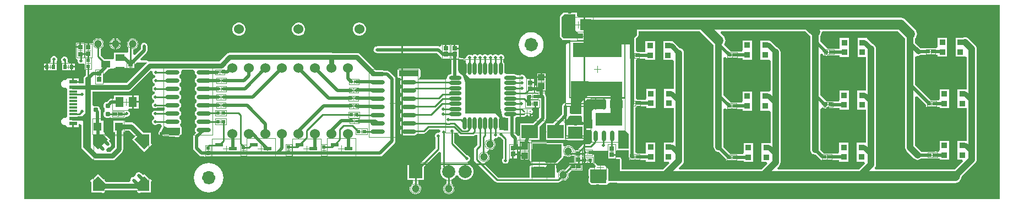
<source format=gtl>
G04*
G04 #@! TF.GenerationSoftware,Altium Limited,CircuitMaker,2.2.1 (2.2.1.6)*
G04*
G04 Layer_Physical_Order=1*
G04 Layer_Color=25308*
%FSLAX24Y24*%
%MOIN*%
G70*
G04*
G04 #@! TF.SameCoordinates,07040E79-6860-4804-BF28-05383503267E*
G04*
G04*
G04 #@! TF.FilePolarity,Positive*
G04*
G01*
G75*
%ADD11C,0.0039*%
%ADD12C,0.0236*%
%ADD13C,0.0100*%
%ADD14C,0.0079*%
%ADD15C,0.0059*%
%ADD17C,0.0050*%
%ADD18C,0.0020*%
%ADD19C,0.0433*%
%ADD20R,0.0283X0.0299*%
%ADD21O,0.0236X0.0669*%
%ADD22R,0.0256X0.0236*%
%ADD23O,0.0236X0.0768*%
%ADD24R,0.0236X0.0276*%
%ADD25R,0.0492X0.0118*%
%ADD26R,0.0197X0.0177*%
%ADD27R,0.0492X0.0610*%
%ADD28R,0.0492X0.0197*%
%ADD29O,0.0768X0.0236*%
%ADD30R,0.0236X0.0276*%
%ADD31R,0.0197X0.0236*%
%ADD32R,0.0236X0.0197*%
%ADD33O,0.0866X0.0236*%
%ADD34R,0.0984X0.0787*%
%ADD35R,0.0394X0.0394*%
%ADD36R,0.0709X0.0650*%
%ADD37R,0.0213X0.0236*%
%ADD38R,0.0217X0.0197*%
%ADD39R,0.0256X0.0256*%
%ADD40R,0.0177X0.0177*%
%ADD41R,0.0610X0.0354*%
%ADD42R,0.0374X0.0354*%
%ADD43R,0.0669X0.0512*%
%ADD44R,0.0650X0.0709*%
%ADD45R,0.0299X0.0283*%
%ADD46R,0.2953X0.0866*%
%ADD47P,0.0600X4X270.0*%
%ADD48R,0.0600X0.0600*%
%ADD49P,0.0600X4X360.0*%
%ADD50R,0.0600X0.0600*%
%ADD51C,0.0098*%
G04:AMPARAMS|DCode=52|XSize=23.6mil|YSize=29.5mil|CornerRadius=4.7mil|HoleSize=0mil|Usage=FLASHONLY|Rotation=90.000|XOffset=0mil|YOffset=0mil|HoleType=Round|Shape=RoundedRectangle|*
%AMROUNDEDRECTD52*
21,1,0.0236,0.0201,0,0,90.0*
21,1,0.0142,0.0295,0,0,90.0*
1,1,0.0094,0.0100,0.0071*
1,1,0.0094,0.0100,-0.0071*
1,1,0.0094,-0.0100,-0.0071*
1,1,0.0094,-0.0100,0.0071*
%
%ADD52ROUNDEDRECTD52*%
%ADD53R,0.0500X0.0500*%
%ADD54R,0.0551X0.0394*%
%ADD55R,0.0492X0.0236*%
%ADD97C,0.0472*%
%ADD98C,0.0200*%
%ADD99C,0.0300*%
%ADD100C,0.0600*%
%ADD101C,0.0394*%
%ADD102C,0.0246*%
%ADD103C,0.0276*%
%ADD104C,0.0195*%
%ADD105R,0.0787X0.0787*%
%ADD106C,0.0787*%
%ADD107C,0.0600*%
%ADD108C,0.1417*%
G04:AMPARAMS|DCode=109|XSize=39.4mil|YSize=86.6mil|CornerRadius=19.7mil|HoleSize=0mil|Usage=FLASHONLY|Rotation=270.000|XOffset=0mil|YOffset=0mil|HoleType=Round|Shape=RoundedRectangle|*
%AMROUNDEDRECTD109*
21,1,0.0394,0.0472,0,0,270.0*
21,1,0.0000,0.0866,0,0,270.0*
1,1,0.0394,-0.0236,0.0000*
1,1,0.0394,-0.0236,0.0000*
1,1,0.0394,0.0236,0.0000*
1,1,0.0394,0.0236,0.0000*
%
%ADD109ROUNDEDRECTD109*%
G04:AMPARAMS|DCode=110|XSize=39.4mil|YSize=78.7mil|CornerRadius=19.7mil|HoleSize=0mil|Usage=FLASHONLY|Rotation=270.000|XOffset=0mil|YOffset=0mil|HoleType=Round|Shape=RoundedRectangle|*
%AMROUNDEDRECTD110*
21,1,0.0394,0.0394,0,0,270.0*
21,1,0.0000,0.0787,0,0,270.0*
1,1,0.0394,-0.0197,0.0000*
1,1,0.0394,-0.0197,0.0000*
1,1,0.0394,0.0197,0.0000*
1,1,0.0394,0.0197,0.0000*
%
%ADD110ROUNDEDRECTD110*%
%ADD111C,0.0700*%
%ADD112C,0.0236*%
G36*
X59066Y5D02*
X16D01*
Y11825D01*
X59066D01*
Y5D01*
D02*
G37*
%LPC*%
G36*
X20348Y10745D02*
X20243D01*
X20141Y10718D01*
X20050Y10665D01*
X19976Y10591D01*
X19923Y10499D01*
X19896Y10398D01*
Y10292D01*
X19923Y10191D01*
X19976Y10099D01*
X20050Y10025D01*
X20141Y9972D01*
X20243Y9945D01*
X20348D01*
X20450Y9972D01*
X20541Y10025D01*
X20616Y10099D01*
X20668Y10191D01*
X20696Y10292D01*
Y10398D01*
X20668Y10499D01*
X20616Y10591D01*
X20541Y10665D01*
X20450Y10718D01*
X20348Y10745D01*
D02*
G37*
G36*
X16668Y10735D02*
X16563D01*
X16461Y10708D01*
X16370Y10655D01*
X16296Y10581D01*
X16243Y10489D01*
X16216Y10388D01*
Y10282D01*
X16243Y10181D01*
X16296Y10089D01*
X16370Y10015D01*
X16461Y9962D01*
X16563Y9935D01*
X16668D01*
X16770Y9962D01*
X16861Y10015D01*
X16936Y10089D01*
X16988Y10181D01*
X17016Y10282D01*
Y10388D01*
X16988Y10489D01*
X16936Y10581D01*
X16861Y10655D01*
X16770Y10708D01*
X16668Y10735D01*
D02*
G37*
G36*
X13058D02*
X12953D01*
X12851Y10708D01*
X12760Y10655D01*
X12686Y10581D01*
X12633Y10489D01*
X12606Y10388D01*
Y10282D01*
X12633Y10181D01*
X12686Y10089D01*
X12760Y10015D01*
X12851Y9962D01*
X12953Y9935D01*
X13058D01*
X13160Y9962D01*
X13251Y10015D01*
X13326Y10089D01*
X13378Y10181D01*
X13406Y10282D01*
Y10388D01*
X13378Y10489D01*
X13326Y10581D01*
X13251Y10655D01*
X13160Y10708D01*
X13058Y10735D01*
D02*
G37*
G36*
X5572Y9782D02*
Y9498D01*
X5856D01*
X5834Y9578D01*
X5790Y9654D01*
X5728Y9717D01*
X5652Y9761D01*
X5572Y9782D01*
D02*
G37*
G36*
X5473D02*
X5393Y9761D01*
X5317Y9717D01*
X5255Y9654D01*
X5211Y9578D01*
X5189Y9498D01*
X5473D01*
Y9782D01*
D02*
G37*
G36*
X4529Y9790D02*
X4440D01*
X4354Y9767D01*
X4278Y9723D01*
X4215Y9660D01*
X4171Y9584D01*
X4164Y9558D01*
X4112Y9461D01*
X4045Y9461D01*
X3935D01*
Y9235D01*
X3837D01*
Y9461D01*
X3659D01*
X3636Y9503D01*
X3445D01*
Y9255D01*
X3396D01*
Y9206D01*
X3156D01*
Y9065D01*
X3154D01*
Y8565D01*
X3154D01*
X3228Y8464D01*
Y8386D01*
X3258Y8313D01*
X3314Y8258D01*
X3386Y8227D01*
X3465D01*
X3538Y8258D01*
X3550Y8269D01*
X3622Y8252D01*
X3668Y8221D01*
Y7891D01*
X3733D01*
Y7520D01*
X3722Y7513D01*
X3642Y7433D01*
X3620Y7400D01*
X3613Y7361D01*
Y7035D01*
X3311D01*
Y7078D01*
X2966D01*
Y7128D01*
X2917D01*
Y7344D01*
X2622D01*
Y7319D01*
X2509Y7237D01*
X2418D01*
X2335Y7203D01*
X2270Y7139D01*
X2236Y7055D01*
Y6964D01*
X2270Y6880D01*
X2335Y6816D01*
X2418Y6781D01*
X2509D01*
X2620Y6700D01*
Y6201D01*
Y5807D01*
Y5413D01*
Y5036D01*
X2586Y4999D01*
X2509Y4954D01*
X2418D01*
X2335Y4919D01*
X2270Y4855D01*
X2236Y4771D01*
Y4681D01*
X2270Y4597D01*
X2335Y4533D01*
X2418Y4498D01*
X2509D01*
X2622Y4417D01*
Y4391D01*
X2917D01*
Y4608D01*
X3015D01*
Y4391D01*
X3311D01*
Y4577D01*
X3345Y4591D01*
X3463Y4511D01*
X3459Y3177D01*
X3459Y3177D01*
X3459Y3177D01*
X3463Y3158D01*
X3467Y3138D01*
X3467Y3138D01*
X3467Y3138D01*
X3478Y3122D01*
X3489Y3105D01*
X3489Y3105D01*
X3489Y3105D01*
X3680Y2914D01*
X3696Y2891D01*
X4141Y2446D01*
X4223Y2390D01*
X4321Y2371D01*
X5343D01*
X5441Y2390D01*
X5524Y2446D01*
X5565Y2508D01*
X5931Y2873D01*
X5986Y2956D01*
X6005Y3054D01*
Y4075D01*
X6100D01*
Y4170D01*
X6368D01*
X6726Y3812D01*
X6541Y3627D01*
X6869Y3299D01*
X6869Y3296D01*
X6882Y3277D01*
Y3227D01*
X6932D01*
X6952Y3214D01*
X6955Y3213D01*
X7282Y2886D01*
X7580Y3183D01*
X7680Y3227D01*
X7680D01*
Y3227D01*
X7682D01*
X7724Y3327D01*
X7722Y3329D01*
X7722D01*
X7722Y3329D01*
X7682Y3430D01*
Y4027D01*
X7232D01*
X6654Y4605D01*
X6571Y4660D01*
X6474Y4680D01*
X6100D01*
Y4775D01*
X5400D01*
Y4075D01*
X5496D01*
Y3159D01*
X5217Y2881D01*
X5038D01*
X5012Y2907D01*
X4959Y2999D01*
X4959Y2999D01*
X4962Y3005D01*
Y3012D01*
X4965Y3026D01*
X4980Y3056D01*
X5051Y3120D01*
X5067Y3126D01*
X5099Y3132D01*
X5106D01*
X5112Y3135D01*
X5145Y3142D01*
X5172Y3160D01*
X5178Y3163D01*
X5183Y3167D01*
X5211Y3186D01*
X5229Y3213D01*
X5234Y3218D01*
X5237Y3224D01*
X5255Y3252D01*
X5262Y3284D01*
X5264Y3291D01*
Y3297D01*
X5271Y3330D01*
X5264Y3362D01*
Y3369D01*
X5262Y3375D01*
X5255Y3408D01*
X5237Y3436D01*
X5234Y3442D01*
X5229Y3447D01*
X5211Y3474D01*
X5129Y3556D01*
X5200Y3627D01*
X4902Y3925D01*
X4859Y4025D01*
X4859Y4027D01*
X4859Y4027D01*
X4856Y4029D01*
X4800Y4119D01*
Y4169D01*
Y4775D01*
X4654D01*
Y5321D01*
X4639Y5399D01*
X4595Y5465D01*
X4587Y5473D01*
Y5506D01*
X4575Y5563D01*
X4543Y5612D01*
X4494Y5644D01*
X4437Y5656D01*
X4236D01*
X4142Y5752D01*
Y6558D01*
X6303D01*
X6401Y6577D01*
X6484Y6632D01*
X7675Y7824D01*
X7766Y7771D01*
X7778Y7760D01*
Y7686D01*
X7808Y7613D01*
X7864Y7558D01*
X7912Y7538D01*
X7921Y7534D01*
X7924Y7513D01*
X7924D01*
X7927Y7491D01*
Y7459D01*
X7921Y7416D01*
X7912Y7412D01*
X7864Y7392D01*
X7808Y7337D01*
X7778Y7264D01*
Y7186D01*
X7808Y7113D01*
X7864Y7058D01*
X7906Y7040D01*
X7911Y7038D01*
X7915Y6962D01*
X7907Y6918D01*
X7844Y6892D01*
X7788Y6837D01*
X7758Y6764D01*
Y6686D01*
X7788Y6613D01*
X7844Y6558D01*
X7898Y6535D01*
X7903Y6418D01*
X7898Y6413D01*
X7898Y6413D01*
X7898Y6413D01*
X7898Y6413D01*
X7877Y6404D01*
X7824Y6382D01*
X7768Y6327D01*
X7738Y6254D01*
Y6176D01*
X7768Y6103D01*
X7824Y6048D01*
X7863Y6031D01*
Y5908D01*
X7824Y5892D01*
X7768Y5837D01*
X7738Y5764D01*
Y5686D01*
X7768Y5613D01*
X7824Y5558D01*
X7896Y5527D01*
X7975D01*
X8048Y5558D01*
X8052Y5562D01*
X8504D01*
X8510Y5547D01*
X8520Y5432D01*
X8458Y5368D01*
X8034D01*
X7975Y5392D01*
X7896D01*
X7824Y5362D01*
X7768Y5307D01*
X7738Y5234D01*
Y5156D01*
X7768Y5083D01*
X7824Y5028D01*
X7863Y5011D01*
Y4888D01*
X7824Y4872D01*
X7768Y4817D01*
X7738Y4744D01*
Y4666D01*
X7768Y4593D01*
X7824Y4538D01*
X7896Y4507D01*
X7975D01*
X8048Y4538D01*
X8072Y4562D01*
X8270D01*
X8274Y4559D01*
X8340Y4444D01*
X8142Y4036D01*
X8138Y4019D01*
X8132Y4002D01*
X8132Y4002D01*
X8133Y4000D01*
X8132Y3998D01*
X8132Y3998D01*
X8135Y3980D01*
X8136Y3962D01*
X8137Y3960D01*
X8138Y3958D01*
X8147Y3943D01*
X8155Y3927D01*
X8157Y3926D01*
X8158Y3924D01*
X8172Y3913D01*
X8186Y3902D01*
X8186Y3902D01*
X8188Y3901D01*
X8189Y3900D01*
X8189Y3900D01*
X8190Y3900D01*
X8190Y3900D01*
X8194Y3899D01*
X8207Y3895D01*
X8224Y3890D01*
X9301Y3783D01*
X9307Y3784D01*
X9313Y3783D01*
X9327Y3786D01*
X9340Y3787D01*
X9346Y3790D01*
X9352Y3792D01*
X9363Y3800D01*
X9375Y3806D01*
X9379Y3811D01*
X9385Y3815D01*
X9503Y3940D01*
X9513Y3955D01*
X9524Y3971D01*
X9524Y3972D01*
X9525Y3973D01*
X9528Y3992D01*
X9531Y4010D01*
Y4332D01*
X9524Y4371D01*
X9501Y4404D01*
X9468Y4426D01*
X9457Y4428D01*
X9429Y4503D01*
X9429Y4552D01*
X9449Y4565D01*
X9497Y4637D01*
X9514Y4722D01*
X9497Y4807D01*
X9449Y4880D01*
X9408Y4907D01*
X9402Y4928D01*
Y5017D01*
X9408Y5038D01*
X9449Y5065D01*
X9497Y5137D01*
X9514Y5222D01*
X9497Y5307D01*
X9449Y5380D01*
X9408Y5407D01*
X9402Y5428D01*
Y5517D01*
X9408Y5538D01*
X9449Y5565D01*
X9497Y5637D01*
X9514Y5722D01*
X9497Y5807D01*
X9449Y5880D01*
X9408Y5907D01*
X9402Y5928D01*
Y6017D01*
X9408Y6038D01*
X9449Y6065D01*
X9497Y6137D01*
X9514Y6222D01*
X9497Y6307D01*
X9449Y6380D01*
X9408Y6407D01*
X9402Y6428D01*
Y6517D01*
X9408Y6538D01*
X9449Y6565D01*
X9497Y6637D01*
X9514Y6722D01*
X9497Y6807D01*
X9449Y6880D01*
X9408Y6907D01*
X9402Y6928D01*
Y7017D01*
X9408Y7038D01*
X9449Y7065D01*
X9497Y7137D01*
X9514Y7222D01*
X9497Y7307D01*
X9449Y7380D01*
X9408Y7407D01*
X9402Y7428D01*
Y7517D01*
X9408Y7538D01*
X9449Y7565D01*
X9497Y7637D01*
X9514Y7722D01*
X9508Y7751D01*
X9587Y7869D01*
X10256D01*
X10335Y7751D01*
X10329Y7722D01*
X10346Y7637D01*
X10394Y7565D01*
X10435Y7538D01*
X10441Y7517D01*
Y7428D01*
X10435Y7407D01*
X10394Y7380D01*
X10346Y7307D01*
X10329Y7222D01*
X10346Y7137D01*
X10394Y7065D01*
X10435Y7038D01*
X10441Y7017D01*
Y6928D01*
X10435Y6907D01*
X10394Y6880D01*
X10346Y6807D01*
X10329Y6722D01*
X10346Y6637D01*
X10394Y6565D01*
X10435Y6538D01*
X10441Y6517D01*
Y6428D01*
X10435Y6407D01*
X10394Y6380D01*
X10346Y6307D01*
X10329Y6222D01*
X10346Y6137D01*
X10394Y6065D01*
X10435Y6038D01*
X10441Y6017D01*
Y5928D01*
X10435Y5907D01*
X10394Y5880D01*
X10346Y5807D01*
X10329Y5722D01*
X10346Y5637D01*
X10394Y5565D01*
X10435Y5538D01*
X10441Y5517D01*
Y5428D01*
X10435Y5407D01*
X10394Y5380D01*
X10346Y5307D01*
X10329Y5222D01*
X10346Y5137D01*
X10394Y5065D01*
X10435Y5038D01*
X10441Y5017D01*
Y4928D01*
X10435Y4907D01*
X10394Y4880D01*
X10346Y4807D01*
X10329Y4722D01*
X10346Y4637D01*
X10394Y4565D01*
X10435Y4538D01*
X10441Y4517D01*
Y4428D01*
X10435Y4407D01*
X10394Y4380D01*
X10346Y4307D01*
X10329Y4222D01*
X10346Y4137D01*
X10394Y4065D01*
X10397Y4041D01*
X10295Y3939D01*
X10251Y3873D01*
X10235Y3795D01*
Y3110D01*
X10251Y3032D01*
X10295Y2966D01*
X10598Y2663D01*
X10664Y2619D01*
X10742Y2603D01*
X10920D01*
Y2572D01*
X11356D01*
Y2603D01*
X21553D01*
X21631Y2619D01*
X21697Y2663D01*
X22428Y3394D01*
X22428Y3394D01*
X22472Y3460D01*
X22488Y3538D01*
Y7293D01*
X22472Y7371D01*
X22428Y7437D01*
X22113Y7752D01*
X22047Y7797D01*
X21969Y7812D01*
X21808D01*
X21806Y7814D01*
X21721Y7830D01*
X21310D01*
X20324Y8816D01*
X20241Y8871D01*
X20144Y8891D01*
X18665D01*
X18616Y8901D01*
X12449D01*
X12351Y8881D01*
X12269Y8826D01*
X11822Y8379D01*
X7615D01*
X7537Y8363D01*
X7537Y8364D01*
X7537Y8364D01*
X7537Y8365D01*
X7525Y8381D01*
X7515Y8397D01*
X7514Y8397D01*
X7514Y8398D01*
X7498Y8409D01*
X7481Y8419D01*
X7481Y8419D01*
X7481Y8419D01*
X7462Y8423D01*
X7442Y8427D01*
X7087Y8426D01*
X7042Y8535D01*
X7407Y8900D01*
X7451Y8966D01*
X7467Y9044D01*
Y9314D01*
X7460Y9347D01*
Y9353D01*
X7458Y9359D01*
X7451Y9392D01*
X7433Y9420D01*
X7430Y9426D01*
X7425Y9431D01*
X7407Y9458D01*
X7379Y9477D01*
X7375Y9481D01*
X7368Y9484D01*
X7341Y9502D01*
X7308Y9509D01*
X7302Y9511D01*
X7295D01*
X7263Y9518D01*
X7230Y9511D01*
X7224D01*
X7217Y9509D01*
X7185Y9502D01*
X7157Y9484D01*
X7151Y9481D01*
X7146Y9477D01*
X7119Y9458D01*
X7100Y9431D01*
X7095Y9426D01*
X7093Y9420D01*
X7074Y9392D01*
X7068Y9359D01*
X7065Y9353D01*
Y9347D01*
X7059Y9314D01*
Y9129D01*
X6706Y8776D01*
X6597Y8821D01*
Y9108D01*
X6608D01*
X6694Y9131D01*
X6770Y9175D01*
X6833Y9237D01*
X6877Y9314D01*
X6900Y9400D01*
Y9488D01*
X6877Y9574D01*
X6833Y9650D01*
X6770Y9713D01*
X6694Y9757D01*
X6608Y9780D01*
X6520D01*
X6434Y9757D01*
X6358Y9713D01*
X6295Y9650D01*
X6251Y9574D01*
X6228Y9488D01*
Y9400D01*
X6251Y9314D01*
X6291Y9244D01*
Y8938D01*
X6191Y8895D01*
Y8895D01*
X5439D01*
Y8529D01*
X5324Y8521D01*
Y8521D01*
X4868D01*
X4637Y8752D01*
Y9154D01*
X4691Y9185D01*
X4753Y9247D01*
X4798Y9324D01*
X4820Y9409D01*
Y9498D01*
X4798Y9584D01*
X4753Y9660D01*
X4691Y9723D01*
X4614Y9767D01*
X4529Y9790D01*
D02*
G37*
G36*
X3347Y9503D02*
X3156D01*
Y9304D01*
X3347D01*
Y9503D01*
D02*
G37*
G36*
X26306Y9422D02*
X26115D01*
Y9223D01*
X26306D01*
Y9422D01*
D02*
G37*
G36*
X5856Y9400D02*
X5572D01*
Y9116D01*
X5652Y9137D01*
X5728Y9181D01*
X5790Y9243D01*
X5834Y9320D01*
X5856Y9400D01*
D02*
G37*
G36*
X5473D02*
X5189D01*
X5211Y9320D01*
X5255Y9243D01*
X5317Y9181D01*
X5393Y9137D01*
X5473Y9116D01*
Y9400D01*
D02*
G37*
G36*
X33387Y11355D02*
X32715D01*
X32676Y11348D01*
X32643Y11326D01*
X32481Y11164D01*
X32459Y11131D01*
X32451Y11092D01*
Y9955D01*
X32440Y9939D01*
X32433Y9900D01*
X32440Y9861D01*
X32462Y9828D01*
X32580Y9711D01*
X32613Y9689D01*
X32652Y9681D01*
X33037D01*
X33061Y9665D01*
X33071Y9591D01*
X32976Y9481D01*
X32902D01*
X32863Y9473D01*
X32830Y9451D01*
X32807Y9418D01*
X32800Y9379D01*
Y5866D01*
X32783Y5853D01*
X32751Y5846D01*
X32744D01*
X32738Y5843D01*
X32705Y5837D01*
X32678Y5819D01*
X32672Y5816D01*
X32667Y5811D01*
X32639Y5793D01*
X32621Y5765D01*
X32616Y5760D01*
X32614Y5754D01*
X32595Y5727D01*
X32589Y5694D01*
X32586Y5688D01*
Y5681D01*
X32580Y5649D01*
Y5167D01*
X32048Y4635D01*
X32029Y4607D01*
X31593D01*
Y3619D01*
X32778D01*
Y3619D01*
X32892Y3611D01*
X32914Y3596D01*
X32953Y3589D01*
X33819D01*
X33858Y3596D01*
X33891Y3618D01*
X33913Y3652D01*
X33921Y3691D01*
Y4221D01*
X34291D01*
X34310Y4208D01*
X34378Y4103D01*
X34372Y4070D01*
Y3637D01*
X34389Y3552D01*
X34408Y3523D01*
X34242Y3358D01*
X33912D01*
X33854Y3346D01*
X33804Y3313D01*
X33511Y3020D01*
X33318D01*
X33240Y3106D01*
X33225Y3131D01*
X33162Y3194D01*
X33086Y3238D01*
X33000Y3261D01*
X32911D01*
X32826Y3238D01*
X32749Y3194D01*
X32634Y3246D01*
Y3355D01*
X32631Y3374D01*
X32627Y3393D01*
X32627Y3393D01*
X32627Y3394D01*
X32616Y3410D01*
X32605Y3426D01*
X32605Y3426D01*
X32605Y3427D01*
X32588Y3437D01*
X32572Y3448D01*
X32572Y3448D01*
X32571Y3449D01*
X32553Y3453D01*
X32534Y3457D01*
X30776Y3475D01*
X30775Y3475D01*
X30775Y3475D01*
X30756Y3471D01*
X30739Y3468D01*
X30716Y3491D01*
X30696Y3515D01*
X30744Y3619D01*
X31203D01*
Y4417D01*
X31535Y4749D01*
X31579Y4815D01*
X31594Y4893D01*
X31594Y4893D01*
Y6221D01*
X31579Y6299D01*
X31535Y6365D01*
X31523Y6377D01*
Y6565D01*
X31616D01*
Y7159D01*
X31614D01*
Y7364D01*
X31319D01*
X31024D01*
Y7159D01*
X31022D01*
Y6917D01*
X30881D01*
Y6963D01*
X30879D01*
Y7042D01*
X30639D01*
Y7091D01*
X30590D01*
Y7339D01*
X30456D01*
X30398Y7341D01*
X30342Y7434D01*
X30317Y7494D01*
X30261Y7550D01*
X30188Y7580D01*
X30110D01*
X30037Y7550D01*
X30023Y7535D01*
X29841D01*
X29773Y7580D01*
X29688Y7597D01*
X29190D01*
X29127Y7640D01*
X29084Y7703D01*
Y8201D01*
X29067Y8287D01*
X29019Y8359D01*
X29014Y8362D01*
Y8488D01*
X29031Y8504D01*
X29061Y8577D01*
Y8655D01*
X29031Y8728D01*
X28976Y8783D01*
X28903Y8813D01*
X28824D01*
X28752Y8783D01*
X28701Y8732D01*
X28655Y8778D01*
X28582Y8809D01*
X28504D01*
X28431Y8778D01*
X28388Y8735D01*
X28343Y8780D01*
X28270Y8810D01*
X28192D01*
X28119Y8780D01*
X28076Y8738D01*
X28023Y8791D01*
X27950Y8821D01*
X27872D01*
X27799Y8791D01*
X27755Y8747D01*
X27719Y8783D01*
X27646Y8813D01*
X27568D01*
X27495Y8783D01*
X27446Y8734D01*
X27408Y8772D01*
X27335Y8802D01*
X27256D01*
X27184Y8772D01*
X27136Y8724D01*
X27098Y8762D01*
X27025Y8792D01*
X26946D01*
X26874Y8762D01*
X26818Y8707D01*
X26788Y8634D01*
X26672Y8551D01*
X26307Y8613D01*
Y9046D01*
X26306D01*
Y9125D01*
X26066D01*
Y9174D01*
X26017D01*
Y9422D01*
X25826D01*
Y9422D01*
X25766Y9423D01*
Y9423D01*
X25708Y9423D01*
X25575D01*
Y9175D01*
X25477D01*
Y9423D01*
X25286D01*
Y9334D01*
X25167Y9271D01*
X25156Y9279D01*
X25078Y9294D01*
X21360D01*
X21328Y9288D01*
X21321D01*
X21315Y9285D01*
X21282Y9279D01*
X21255Y9261D01*
X21248Y9258D01*
X21244Y9253D01*
X21216Y9235D01*
X21198Y9207D01*
X21193Y9202D01*
X21190Y9196D01*
X21172Y9169D01*
X21165Y9136D01*
X21163Y9130D01*
Y9123D01*
X21156Y9091D01*
X21163Y9058D01*
Y9051D01*
X21165Y9045D01*
X21172Y9013D01*
X21190Y8985D01*
X21193Y8979D01*
X21198Y8974D01*
X21216Y8946D01*
X21244Y8928D01*
X21248Y8923D01*
X21255Y8921D01*
X21282Y8902D01*
X21315Y8896D01*
X21321Y8893D01*
X21328D01*
X21360Y8887D01*
X24993D01*
X25227Y8653D01*
X25284Y8615D01*
Y8547D01*
X25767D01*
X25862Y8490D01*
Y7597D01*
X25830D01*
X25745Y7580D01*
X25673Y7532D01*
X25625Y7460D01*
X25608Y7375D01*
X25513Y7260D01*
X23890D01*
X23886Y7265D01*
X23887Y7291D01*
X23926Y7385D01*
X23936Y7396D01*
X23961Y7413D01*
X23983Y7446D01*
X23991Y7485D01*
Y7846D01*
X23983Y7885D01*
X23961Y7918D01*
X23928Y7940D01*
X23889Y7948D01*
X22711D01*
X22672Y7940D01*
X22639Y7918D01*
X22617Y7885D01*
X22609Y7846D01*
Y7485D01*
X22617Y7446D01*
X22639Y7413D01*
X22672Y7391D01*
X22711Y7383D01*
X22787D01*
X22824Y7265D01*
X22775Y7193D01*
X22758Y7108D01*
X22775Y7023D01*
X22824Y6951D01*
X22864Y6924D01*
X22870Y6903D01*
Y6813D01*
X22864Y6792D01*
X22824Y6765D01*
X22775Y6693D01*
X22758Y6608D01*
X22775Y6523D01*
X22824Y6451D01*
X22864Y6424D01*
X22870Y6403D01*
Y6313D01*
X22864Y6292D01*
X22824Y6265D01*
X22775Y6193D01*
X22758Y6108D01*
X22775Y6023D01*
X22824Y5951D01*
X22864Y5924D01*
X22870Y5903D01*
Y5813D01*
X22864Y5792D01*
X22824Y5765D01*
X22775Y5693D01*
X22758Y5608D01*
X22775Y5523D01*
X22824Y5451D01*
X22864Y5424D01*
X22870Y5403D01*
Y5313D01*
X22864Y5292D01*
X22824Y5265D01*
X22775Y5193D01*
X22758Y5108D01*
X22775Y5023D01*
X22824Y4951D01*
X22864Y4924D01*
X22870Y4903D01*
Y4813D01*
X22864Y4792D01*
X22824Y4765D01*
X22775Y4693D01*
X22758Y4608D01*
X22775Y4523D01*
X22824Y4451D01*
X22864Y4424D01*
X22870Y4403D01*
Y4313D01*
X22864Y4292D01*
X22824Y4265D01*
X22775Y4193D01*
X22758Y4108D01*
X22775Y4023D01*
X22824Y3951D01*
X22896Y3903D01*
X22981Y3886D01*
X23611D01*
X23696Y3903D01*
X23768Y3951D01*
X23789Y3982D01*
X24196D01*
X24254Y3994D01*
X24304Y4027D01*
X24536Y4258D01*
X25125D01*
X25198Y4140D01*
X25193Y4130D01*
X25108Y4045D01*
X25084Y4044D01*
X25028D01*
X24955Y4014D01*
X24900Y3958D01*
X24869Y3886D01*
Y3807D01*
X24900Y3735D01*
X24914Y3720D01*
Y3103D01*
X23983Y2172D01*
X23212D01*
Y1184D01*
X23552D01*
Y957D01*
X23486Y918D01*
X23423Y856D01*
X23379Y779D01*
X23356Y694D01*
Y605D01*
X23379Y520D01*
X23423Y443D01*
X23486Y380D01*
X23563Y336D01*
X23648Y313D01*
X23737D01*
X23822Y336D01*
X23899Y380D01*
X23961Y443D01*
X24006Y520D01*
X24029Y605D01*
Y694D01*
X24006Y779D01*
X23961Y856D01*
X23899Y918D01*
X23858Y942D01*
Y1184D01*
X24199D01*
Y1955D01*
X25121Y2878D01*
X25239Y2829D01*
X25240Y1990D01*
X25246Y1961D01*
X25252Y1932D01*
X25252Y1931D01*
X25252Y1931D01*
X25268Y1908D01*
X25245Y1869D01*
X25212Y1743D01*
Y1613D01*
X25245Y1487D01*
X25310Y1375D01*
X25402Y1283D01*
X25515Y1218D01*
X25567Y1204D01*
Y940D01*
X25514Y909D01*
X25451Y846D01*
X25407Y769D01*
X25384Y684D01*
Y595D01*
X25407Y510D01*
X25451Y433D01*
X25514Y371D01*
X25590Y326D01*
X25676Y303D01*
X25764D01*
X25850Y326D01*
X25926Y371D01*
X25989Y433D01*
X26033Y510D01*
X26056Y595D01*
Y684D01*
X26033Y769D01*
X25989Y846D01*
X25926Y909D01*
X25873Y940D01*
Y1212D01*
X25896Y1218D01*
X26008Y1283D01*
X26100Y1375D01*
X26140Y1445D01*
X26141Y1445D01*
X26269D01*
X26270Y1445D01*
X26310Y1375D01*
X26402Y1283D01*
X26515Y1218D01*
X26640Y1184D01*
X26770D01*
X26896Y1218D01*
X27008Y1283D01*
X27100Y1375D01*
X27165Y1487D01*
X27199Y1613D01*
Y1743D01*
X27165Y1869D01*
X27100Y1981D01*
X27008Y2073D01*
X26896Y2138D01*
X26862Y2147D01*
X26843Y2263D01*
X26846Y2274D01*
X26912Y2301D01*
X26968Y2357D01*
X26998Y2429D01*
Y2508D01*
X26968Y2580D01*
X26912Y2636D01*
X26840Y2666D01*
X26819D01*
X26045Y3440D01*
Y4002D01*
X26059Y4016D01*
X26192Y4028D01*
X26331Y3888D01*
X26381Y3855D01*
X26439Y3843D01*
X27162D01*
X27221Y3855D01*
X27270Y3888D01*
X27331Y3948D01*
X27449Y3900D01*
Y3313D01*
X27288Y3152D01*
X27254Y3102D01*
X27243Y3044D01*
Y2395D01*
X27254Y2336D01*
X27288Y2287D01*
X28515Y1060D01*
X28564Y1027D01*
X28623Y1015D01*
X32349D01*
X32407Y1027D01*
X32457Y1060D01*
X32542Y1145D01*
X32601Y1129D01*
X32690D01*
X32776Y1152D01*
X32852Y1196D01*
X32915Y1258D01*
X32959Y1335D01*
X32982Y1421D01*
Y1509D01*
X32966Y1569D01*
X33154Y1757D01*
X33791D01*
Y2167D01*
X34161D01*
Y2168D01*
X34228D01*
Y2385D01*
X34326D01*
Y2168D01*
X34480D01*
X34612Y2036D01*
X34563Y1918D01*
X34275Y1918D01*
X34255Y1914D01*
X34236Y1910D01*
X34236Y1910D01*
X34236Y1910D01*
X34219Y1899D01*
X34203Y1888D01*
X34203Y1888D01*
X34203Y1888D01*
X34191Y1871D01*
X34180Y1855D01*
X34180Y1855D01*
X34180Y1855D01*
X34177Y1835D01*
X34173Y1816D01*
Y1082D01*
X34180Y1043D01*
X34203Y1010D01*
X34315Y898D01*
X34348Y876D01*
X34387Y868D01*
X35244D01*
X35244Y868D01*
X35244Y868D01*
X35244Y868D01*
X35263Y872D01*
X35283Y876D01*
X35283Y876D01*
X35283Y876D01*
X35300Y887D01*
X35316Y898D01*
X35316Y898D01*
X35316Y898D01*
X35327Y915D01*
X35338Y931D01*
X35338Y931D01*
X35338Y931D01*
X35338Y931D01*
X35338Y931D01*
Y931D01*
X35370Y975D01*
X35464Y995D01*
X35922D01*
X35947Y992D01*
X56367D01*
X56471Y1006D01*
X56568Y1046D01*
X56652Y1110D01*
X56716Y1194D01*
X56756Y1291D01*
X56767Y1373D01*
X57587Y2193D01*
X57635Y2255D01*
X57665Y2327D01*
X57675Y2405D01*
Y2895D01*
Y6015D01*
Y9145D01*
X57665Y9222D01*
X57635Y9295D01*
X57587Y9357D01*
X57182Y9762D01*
X57120Y9809D01*
X57048Y9839D01*
X56970Y9850D01*
X56893Y9839D01*
X56840Y9817D01*
X56390D01*
Y9345D01*
X56390Y9263D01*
X56390D01*
Y9227D01*
X56390D01*
Y8672D01*
X56964D01*
Y8672D01*
X57076Y8658D01*
Y6687D01*
X56510D01*
Y6215D01*
X56510Y6133D01*
X56510D01*
Y6097D01*
X56510D01*
Y5542D01*
X57076D01*
Y3547D01*
X56510D01*
Y3075D01*
X56510Y2993D01*
X56510D01*
Y2957D01*
X56510D01*
Y2402D01*
X56796D01*
X56841Y2293D01*
X56347Y1799D01*
X51538D01*
X51507Y1873D01*
X51501Y1917D01*
X51545Y1975D01*
X51557Y2005D01*
X51575Y2047D01*
X51585Y2125D01*
Y2755D01*
Y5935D01*
Y9145D01*
X51575Y9222D01*
X51545Y9295D01*
X51497Y9357D01*
X51435Y9404D01*
X51363Y9434D01*
X51356Y9435D01*
X51091Y9700D01*
X51034Y9738D01*
Y9797D01*
X50460D01*
Y9325D01*
X50460Y9243D01*
X50460D01*
Y9207D01*
X50460D01*
Y8652D01*
X50986D01*
Y6597D01*
X50440D01*
Y6125D01*
X50440Y6043D01*
X50440D01*
Y6007D01*
X50440D01*
Y5452D01*
X50986D01*
Y3432D01*
X50421D01*
Y2960D01*
X50421Y2878D01*
X50421D01*
Y2842D01*
X50421D01*
Y2287D01*
X50858D01*
X50906Y2169D01*
X50537Y1799D01*
X45638D01*
X45592Y1908D01*
X45707Y2023D01*
X45755Y2085D01*
X45785Y2157D01*
X45795Y2235D01*
Y2735D01*
Y5845D01*
Y8945D01*
X45785Y9022D01*
X45755Y9095D01*
X45707Y9157D01*
X45645Y9204D01*
X45573Y9234D01*
X45566Y9235D01*
X45261Y9540D01*
X45178Y9596D01*
X45154Y9600D01*
Y9637D01*
X44580D01*
Y9165D01*
X44580Y9083D01*
X44580D01*
Y9047D01*
X44580D01*
Y8492D01*
X45154D01*
X45196Y8392D01*
Y6638D01*
X45154Y6537D01*
X44580D01*
Y6065D01*
X44580Y5983D01*
X44580D01*
Y5947D01*
X44580D01*
Y5392D01*
X45154D01*
X45196Y5292D01*
Y3412D01*
X44641D01*
Y2940D01*
X44641Y2858D01*
X44641D01*
Y2822D01*
X44641D01*
Y2267D01*
X44950D01*
X44995Y2158D01*
X44637Y1799D01*
X39688D01*
X39643Y1908D01*
X39857Y2123D01*
X39905Y2185D01*
X39935Y2257D01*
X39945Y2335D01*
Y2745D01*
Y5975D01*
Y8885D01*
X39935Y8962D01*
X39905Y9035D01*
X39857Y9097D01*
X39795Y9144D01*
X39723Y9174D01*
X39716Y9175D01*
X39381Y9510D01*
X39298Y9566D01*
X39274Y9570D01*
Y9607D01*
X38700D01*
Y9135D01*
X38700Y9053D01*
X38700D01*
Y9017D01*
X38700D01*
Y8462D01*
X39274D01*
X39346Y8374D01*
Y6806D01*
X39324Y6697D01*
X38750D01*
Y6225D01*
X38750Y6143D01*
X38750D01*
Y6107D01*
X38750D01*
Y5552D01*
X39324D01*
X39346Y5444D01*
Y3538D01*
X39304Y3437D01*
X38730D01*
Y2965D01*
X38730Y2883D01*
X38730D01*
Y2847D01*
X38730D01*
Y2292D01*
X39026D01*
X39071Y2183D01*
X38687Y1799D01*
X36160D01*
Y2451D01*
X36152Y2490D01*
X36130Y2523D01*
X36097Y2545D01*
X36058Y2553D01*
X35816D01*
Y2656D01*
X35576D01*
Y2754D01*
X35816D01*
Y2833D01*
X35817D01*
Y2943D01*
X35832Y2956D01*
X35936Y2996D01*
X35937Y2994D01*
X35976Y2987D01*
X36601D01*
X36612Y2978D01*
Y2575D01*
X36627Y2497D01*
X36627Y2497D01*
Y2371D01*
X36815D01*
X36816Y2371D01*
X36817Y2371D01*
X37103D01*
X37131Y2366D01*
X37647D01*
Y2292D01*
X38221D01*
Y2765D01*
X38221Y2847D01*
X38221Y2965D01*
Y3437D01*
X37647D01*
Y2965D01*
X37647Y2883D01*
X37627Y2774D01*
X37131D01*
X37020Y2843D01*
Y5582D01*
X37138Y5628D01*
X37149Y5626D01*
X37667D01*
Y5552D01*
X38241D01*
Y6025D01*
X38241Y6107D01*
X38241Y6225D01*
Y6697D01*
X37667D01*
Y6225D01*
X37667Y6143D01*
X37647Y6034D01*
X37149D01*
X37036Y6102D01*
Y8474D01*
X37138Y8536D01*
X37617D01*
Y8462D01*
X38191D01*
Y8935D01*
X38191Y9017D01*
X38191Y9135D01*
Y9607D01*
X37617D01*
Y9135D01*
X37617Y9053D01*
X37597Y8944D01*
X37138D01*
X37051Y9040D01*
Y9792D01*
X37170Y9922D01*
X37180Y9937D01*
X37190Y9952D01*
X37190Y9954D01*
X37191Y9956D01*
X37194Y9974D01*
X37197Y9991D01*
Y10221D01*
X40919D01*
X41756Y9384D01*
Y6325D01*
Y3177D01*
X41767Y3100D01*
X41796Y3028D01*
X41844Y2966D01*
X41906Y2918D01*
X41978Y2888D01*
X42056Y2878D01*
X42065Y2879D01*
X42493Y2452D01*
Y2346D01*
X42663D01*
X42688Y2341D01*
X42713Y2346D01*
X42969D01*
X42996Y2340D01*
X43559D01*
Y2267D01*
X44133D01*
Y2740D01*
X44133Y2822D01*
X44133Y2940D01*
Y3412D01*
X43559D01*
Y2940D01*
X43559Y2858D01*
X43538Y2748D01*
X42996D01*
X42969Y2743D01*
X42779D01*
X42354Y3168D01*
X42355Y3177D01*
Y5467D01*
X42473Y5530D01*
X42497Y5514D01*
Y5476D01*
X42678D01*
X42706Y5471D01*
X42733Y5476D01*
X42965D01*
X43019Y5466D01*
X43497D01*
Y5392D01*
X44071D01*
Y5865D01*
X44071Y5947D01*
X44071Y6065D01*
Y6537D01*
X43497D01*
Y6065D01*
X43497Y5983D01*
X43477Y5874D01*
X43019D01*
X43018Y5873D01*
X42796D01*
X42355Y6314D01*
Y8597D01*
X42473Y8656D01*
X42515Y8625D01*
Y8571D01*
X42705D01*
X42706Y8571D01*
X42707Y8571D01*
X42991D01*
X43019Y8566D01*
X43497D01*
Y8492D01*
X44071D01*
Y8965D01*
X44071Y9047D01*
X44071Y9165D01*
Y9637D01*
X43497D01*
Y9165D01*
X43497Y9083D01*
X43477Y8974D01*
X43019D01*
X42991Y8968D01*
X42801D01*
X42366Y9403D01*
X42405Y9453D01*
X42445Y9550D01*
X42459Y9655D01*
X42445Y9759D01*
X42405Y9857D01*
X42341Y9940D01*
X42169Y10112D01*
X42214Y10221D01*
X47269D01*
X47596Y9894D01*
Y9607D01*
Y6337D01*
Y3015D01*
X47607Y2937D01*
X47636Y2865D01*
X47684Y2803D01*
X47746Y2756D01*
X47818Y2726D01*
X47896Y2716D01*
X47905Y2717D01*
X48192Y2431D01*
X48250Y2392D01*
X48250Y2376D01*
X48336Y2371D01*
X48363Y2376D01*
X48368Y2377D01*
X48705D01*
X48706Y2376D01*
X48784Y2360D01*
X49339D01*
Y2287D01*
X49913D01*
Y2760D01*
X49913Y2842D01*
X49913Y2960D01*
Y3432D01*
X49339D01*
Y2960D01*
X49339Y2878D01*
X49318Y2768D01*
X48962D01*
Y2773D01*
X48426D01*
X48194Y3005D01*
X48195Y3015D01*
Y5486D01*
X48313Y5569D01*
X48335Y5561D01*
D01*
X48397Y5545D01*
X48430Y5537D01*
X48442Y5534D01*
X48508Y5521D01*
X48586Y5537D01*
X48623Y5561D01*
X48740D01*
X48770Y5541D01*
X48848Y5526D01*
X49357D01*
Y5452D01*
X49931D01*
Y5925D01*
X49931Y6007D01*
X49931Y6125D01*
Y6597D01*
X49357D01*
Y6125D01*
X49357Y6043D01*
X49337Y5934D01*
X49046D01*
Y5958D01*
X48563D01*
X48195Y6326D01*
Y8823D01*
X48310Y8874D01*
X48372Y8824D01*
Y8756D01*
X48470D01*
X48500Y8737D01*
X48578Y8721D01*
X48656Y8737D01*
X48686Y8756D01*
X48800D01*
X48823Y8741D01*
X48901Y8726D01*
X49377D01*
Y8652D01*
X49951D01*
Y9125D01*
X49951Y9207D01*
X49951Y9325D01*
Y9797D01*
X49377D01*
Y9325D01*
X49377Y9243D01*
X49357Y9134D01*
X49084D01*
Y9153D01*
X48638D01*
X48195Y9596D01*
Y9898D01*
X48245Y9963D01*
X48285Y10060D01*
X48299Y10165D01*
X48349Y10221D01*
X52919D01*
X53356Y9784D01*
Y9432D01*
Y6965D01*
Y3128D01*
X53367Y3050D01*
X53396Y2978D01*
X53444Y2916D01*
X53887Y2473D01*
X53949Y2426D01*
X54021Y2396D01*
X54099Y2386D01*
X54176Y2396D01*
X54248Y2426D01*
X54310Y2473D01*
X54316Y2481D01*
X54848D01*
X54876Y2486D01*
X55139D01*
X55142Y2486D01*
X55427Y2481D01*
Y2402D01*
X56001D01*
Y2875D01*
X56001Y2957D01*
X56001Y3075D01*
Y3547D01*
X55427D01*
Y3075D01*
X55427Y3007D01*
X55407Y2936D01*
X55359Y2890D01*
X55149Y2894D01*
X55093Y2883D01*
X54876D01*
X54848Y2889D01*
X54316D01*
X54310Y2897D01*
X53955Y3252D01*
Y6223D01*
X54064Y6268D01*
X54597Y5735D01*
Y5616D01*
X54778D01*
X54806Y5611D01*
X54833Y5616D01*
X55097D01*
X55101Y5616D01*
X55427D01*
Y5542D01*
X56001D01*
Y6015D01*
X56001Y6097D01*
X56001Y6215D01*
Y6687D01*
X55427D01*
Y6215D01*
X55427Y6133D01*
X55407Y6024D01*
X55101D01*
X55050Y6013D01*
X54896D01*
X53955Y6954D01*
Y8645D01*
X54073Y8720D01*
X54123Y8710D01*
X54220Y8729D01*
X54268Y8761D01*
X54746D01*
X54773Y8766D01*
X55013D01*
X55041Y8761D01*
X55307D01*
Y8672D01*
X55881D01*
Y9145D01*
X55881Y9227D01*
X55881Y9345D01*
Y9817D01*
X55307D01*
Y9345D01*
X55307Y9263D01*
X55250Y9169D01*
X55041D01*
X55013Y9163D01*
X54773D01*
X54746Y9169D01*
X54279D01*
X53955Y9493D01*
Y9788D01*
X54005Y9853D01*
X54045Y9951D01*
X54059Y10055D01*
X54045Y10159D01*
X54005Y10257D01*
X53941Y10340D01*
X53371Y10910D01*
X53287Y10974D01*
X53190Y11015D01*
X53086Y11028D01*
X53086Y11028D01*
X47436D01*
X47436Y11028D01*
X47436Y11028D01*
X41086D01*
X41086Y11028D01*
X41086Y11028D01*
X34443D01*
Y11069D01*
X33593D01*
Y11069D01*
X33489Y11102D01*
Y11253D01*
X33481Y11292D01*
X33459Y11326D01*
X33426Y11348D01*
X33387Y11355D01*
D02*
G37*
G36*
X30703Y10151D02*
X30556Y10137D01*
X30415Y10094D01*
X30284Y10024D01*
X30170Y9931D01*
X30077Y9817D01*
X30007Y9686D01*
X29964Y9545D01*
X29950Y9398D01*
X29964Y9251D01*
X30007Y9110D01*
X30077Y8980D01*
X30170Y8865D01*
X30284Y8772D01*
X30415Y8702D01*
X30556Y8659D01*
X30703Y8645D01*
X30850Y8659D01*
X30991Y8702D01*
X31121Y8772D01*
X31235Y8865D01*
X31329Y8980D01*
X31399Y9110D01*
X31442Y9251D01*
X31456Y9398D01*
X31442Y9545D01*
X31399Y9686D01*
X31329Y9817D01*
X31235Y9931D01*
X31121Y10024D01*
X30991Y10094D01*
X30850Y10137D01*
X30703Y10151D01*
D02*
G37*
G36*
X3089Y8291D02*
X2922D01*
Y8104D01*
X3089D01*
Y8291D01*
D02*
G37*
G36*
X1327D02*
X1160D01*
Y8104D01*
X1327D01*
Y8291D01*
D02*
G37*
G36*
X3089Y8006D02*
X2922D01*
Y7819D01*
X3089D01*
Y8006D01*
D02*
G37*
G36*
X1327D02*
X1160D01*
Y7819D01*
X1327D01*
Y8006D01*
D02*
G37*
G36*
X2485Y8678D02*
X2406D01*
X2334Y8648D01*
X2278Y8592D01*
X2248Y8520D01*
Y8441D01*
X2261Y8411D01*
X2261Y8293D01*
X2261D01*
Y7817D01*
X2697D01*
Y7819D01*
X2823D01*
Y8055D01*
Y8291D01*
X2697D01*
Y8293D01*
X2632D01*
Y8414D01*
X2643Y8441D01*
Y8520D01*
X2613Y8592D01*
X2557Y8648D01*
X2485Y8678D01*
D02*
G37*
G36*
X1849Y8694D02*
X1770D01*
X1698Y8664D01*
X1642Y8608D01*
X1612Y8535D01*
Y8457D01*
X1617Y8445D01*
Y8293D01*
X1552D01*
Y8291D01*
X1426D01*
Y8055D01*
Y7819D01*
X1552D01*
Y7817D01*
X1988D01*
Y8293D01*
X1988Y8293D01*
X1988Y8411D01*
X2007Y8457D01*
Y8535D01*
X1977Y8608D01*
X1921Y8664D01*
X1849Y8694D01*
D02*
G37*
G36*
X31614Y7709D02*
X31368D01*
Y7463D01*
X31614D01*
Y7709D01*
D02*
G37*
G36*
X31270D02*
X31024D01*
Y7463D01*
X31270D01*
Y7709D01*
D02*
G37*
G36*
X3311Y7344D02*
X3015D01*
Y7177D01*
X3311D01*
Y7344D01*
D02*
G37*
G36*
X30879Y7339D02*
X30688D01*
Y7141D01*
X30879D01*
Y7339D01*
D02*
G37*
G36*
X6633Y6317D02*
Y5963D01*
X6928D01*
Y6317D01*
X6633D01*
D02*
G37*
G36*
X6928Y5864D02*
X6633D01*
Y5510D01*
X6928D01*
Y5864D01*
D02*
G37*
G36*
X6123Y6319D02*
X6122Y6319D01*
X5431D01*
Y6117D01*
X5287D01*
X5209Y6102D01*
X5143Y6058D01*
X4997Y5912D01*
X4964D01*
X4907Y5900D01*
X4858Y5868D01*
X4826Y5819D01*
X4814Y5762D01*
Y5620D01*
X4826Y5563D01*
X4858Y5514D01*
X4878Y5501D01*
X4885Y5472D01*
Y5398D01*
X4878Y5369D01*
X4858Y5356D01*
X4826Y5307D01*
X4814Y5250D01*
Y5108D01*
X4826Y5051D01*
X4858Y5002D01*
X4907Y4969D01*
X4964Y4958D01*
X5165D01*
X5174Y4960D01*
X5293Y4957D01*
X5293Y4957D01*
X6083D01*
Y4957D01*
X6153Y5000D01*
X6232D01*
X6304Y5030D01*
X6360Y5086D01*
X6390Y5158D01*
Y5237D01*
X6360Y5310D01*
X6304Y5365D01*
X6284Y5392D01*
X6342Y5510D01*
X6357Y5510D01*
X6534D01*
Y5913D01*
Y6317D01*
X6240D01*
X6123Y6319D01*
D02*
G37*
G36*
X6941Y1648D02*
X6909Y1641D01*
X6893D01*
X6878Y1635D01*
X6863Y1632D01*
X6851Y1624D01*
X6820Y1611D01*
X6765Y1556D01*
X6735Y1483D01*
Y1460D01*
X6714Y1423D01*
X6642Y1367D01*
X6637Y1365D01*
X6626Y1362D01*
X6597Y1356D01*
X6591D01*
X6584Y1353D01*
X6552Y1347D01*
X6524Y1328D01*
X6518Y1326D01*
X6513Y1321D01*
X6486Y1303D01*
X6467Y1275D01*
X6463Y1270D01*
X6460Y1264D01*
X6442Y1236D01*
X6435Y1204D01*
X6432Y1198D01*
Y1191D01*
X6426Y1158D01*
X6361Y1076D01*
X6326Y1058D01*
X4945D01*
X4859Y1144D01*
Y1203D01*
X4800D01*
X4459Y1544D01*
X4161Y1247D01*
X4061Y1203D01*
X4061D01*
Y1203D01*
X4058D01*
X4017Y1103D01*
X4019Y1101D01*
D01*
X4019Y1101D01*
X4058Y1000D01*
Y403D01*
X4655D01*
X4757Y363D01*
X4757Y363D01*
Y363D01*
X4758Y362D01*
X4859Y403D01*
Y405D01*
X4859D01*
Y405D01*
X4902Y505D01*
X4945Y548D01*
X6796D01*
X6839Y505D01*
X6882Y405D01*
Y405D01*
X6882D01*
Y403D01*
X6982Y362D01*
X6984Y363D01*
Y363D01*
X6984Y363D01*
X7086Y403D01*
X7682D01*
Y1000D01*
X7722Y1101D01*
X7722Y1101D01*
D01*
X7724Y1103D01*
X7682Y1203D01*
X7680D01*
Y1203D01*
X7680D01*
X7580Y1247D01*
X7282Y1544D01*
X7206Y1468D01*
X7086Y1588D01*
X7020Y1632D01*
X6941Y1648D01*
D02*
G37*
G36*
X11177Y2200D02*
X11003Y2183D01*
X10836Y2132D01*
X10682Y2050D01*
X10547Y1939D01*
X10436Y1804D01*
X10353Y1650D01*
X10303Y1482D01*
X10286Y1309D01*
X10303Y1135D01*
X10353Y967D01*
X10436Y813D01*
X10547Y678D01*
X10682Y567D01*
X10836Y485D01*
X11003Y434D01*
X11177Y417D01*
X11351Y434D01*
X11518Y485D01*
X11673Y567D01*
X11808Y678D01*
X11919Y813D01*
X12001Y967D01*
X12052Y1135D01*
X12069Y1309D01*
X12052Y1482D01*
X12001Y1650D01*
X11919Y1804D01*
X11808Y1939D01*
X11673Y2050D01*
X11518Y2132D01*
X11351Y2183D01*
X11177Y2200D01*
D02*
G37*
%LPD*%
G36*
X6198Y7067D02*
X4790D01*
Y7592D01*
X5093Y7906D01*
X5541Y7966D01*
X6676D01*
Y8169D01*
X6830Y8323D01*
X7443Y8325D01*
X6198Y7067D01*
D02*
G37*
G36*
X8684Y4332D02*
X9429D01*
Y4010D01*
X9311Y3885D01*
X8234Y3992D01*
X8459Y4455D01*
X8684Y4332D01*
D02*
G37*
G36*
X4040Y7333D02*
Y3118D01*
X4147Y3012D01*
X4166Y2993D01*
X4147Y2973D01*
X3956Y2782D01*
X3561Y3177D01*
X3565Y4714D01*
X3471Y4830D01*
X3254D01*
Y5026D01*
X3497D01*
X3715Y5243D01*
X3715Y7361D01*
X3794Y7441D01*
X3932D01*
X4040Y7333D01*
D02*
G37*
G36*
X33387Y10247D02*
X33563Y10070D01*
X33825D01*
Y9783D01*
X32652D01*
X32535Y9900D01*
X32553Y9919D01*
Y11092D01*
X32715Y11253D01*
X33387D01*
Y10247D01*
D02*
G37*
G36*
X37095Y9991D02*
X36685Y9547D01*
Y9407D01*
X33966Y9397D01*
Y10761D01*
X34123Y10918D01*
X37095D01*
Y9991D01*
D02*
G37*
G36*
X23889Y7485D02*
X22711D01*
Y7846D01*
X23889D01*
Y7485D01*
D02*
G37*
G36*
X35205Y5493D02*
X35178Y5470D01*
X34469Y5477D01*
X34384Y5382D01*
X34391Y4323D01*
X33878D01*
Y5875D01*
X34089Y6086D01*
X35205D01*
Y5493D01*
D02*
G37*
G36*
X34157Y6347D02*
X33733Y5922D01*
Y5182D01*
X33097Y5184D01*
X33097Y7164D01*
X34157D01*
Y6347D01*
D02*
G37*
G36*
X31006Y5562D02*
X31187D01*
Y4977D01*
X30816Y4607D01*
X30019D01*
Y3862D01*
X29900Y3826D01*
X29890Y3841D01*
X29730Y4002D01*
Y4956D01*
X29773Y4965D01*
X29846Y5013D01*
X29849Y5018D01*
X30259D01*
X30278Y5022D01*
X30289D01*
X30299Y5026D01*
X30318Y5030D01*
X30334Y5040D01*
X30344Y5044D01*
X30351Y5052D01*
X30367Y5063D01*
X30378Y5079D01*
X30386Y5086D01*
X30390Y5096D01*
X30396Y5106D01*
X30433Y5111D01*
X30520Y5107D01*
X30528Y5087D01*
X30569Y5046D01*
X30604Y5031D01*
Y5171D01*
X30653D01*
Y5183D01*
X30683D01*
X30737Y5206D01*
X30752Y5220D01*
X30792D01*
X30780Y5250D01*
X30802Y5303D01*
Y5362D01*
X30779Y5417D01*
X30754Y5442D01*
X30769Y5520D01*
X30790Y5561D01*
X30829D01*
Y5562D01*
X30908D01*
Y5802D01*
X31006D01*
Y5562D01*
D02*
G37*
G36*
X33733Y5080D02*
X33736Y5072D01*
X33776Y4969D01*
X33776Y4968D01*
Y4501D01*
X32953D01*
X32914Y4493D01*
X32896Y4481D01*
X32832Y4499D01*
X32778Y4530D01*
Y4607D01*
X32750D01*
X32705Y4716D01*
X32928Y4939D01*
X32972Y5005D01*
X32977Y5031D01*
X33097Y5082D01*
X33733Y5080D01*
D02*
G37*
G36*
X36190Y4474D02*
Y4471D01*
X34601D01*
Y5228D01*
X35493D01*
Y7156D01*
X36190D01*
Y4474D01*
D02*
G37*
G36*
X26752Y8434D02*
X26739Y7573D01*
X26995Y7336D01*
X28843Y7339D01*
X28840Y7336D01*
Y5551D01*
X28843Y5555D01*
X28884Y5420D01*
X28970Y4962D01*
X29316Y4937D01*
Y4167D01*
X28787Y4211D01*
X28787Y4942D01*
X28532Y5209D01*
X28537Y5215D01*
X26722D01*
X26711Y5204D01*
X26700Y5215D01*
Y7099D01*
X26561Y7517D01*
X26333Y7665D01*
X26284Y7831D01*
Y8513D01*
X26752Y8434D01*
D02*
G37*
G36*
X33819Y3691D02*
X32953D01*
Y4399D01*
X33819D01*
Y3691D01*
D02*
G37*
G36*
X36601Y3971D02*
Y3089D01*
X35976D01*
Y4190D01*
X36383D01*
X36601Y3971D01*
D02*
G37*
G36*
X32532Y3355D02*
Y2573D01*
X32170Y2211D01*
X31615D01*
X31554Y2272D01*
X30775D01*
Y3373D01*
X32532Y3355D01*
D02*
G37*
G36*
X32826Y2612D02*
X32911Y2589D01*
X33000D01*
X33086Y2612D01*
X33133Y2639D01*
X33318D01*
Y2193D01*
X33000D01*
Y2036D01*
X32750Y1785D01*
X32690Y1801D01*
X32601D01*
X32516Y1778D01*
X32439Y1734D01*
X32377Y1671D01*
X32347Y1620D01*
X32228Y1641D01*
X32221Y2100D01*
X32218Y2112D01*
X32218Y2122D01*
X32242Y2139D01*
X32242Y2139D01*
X32605Y2501D01*
X32627Y2534D01*
X32634Y2573D01*
Y2604D01*
X32749Y2656D01*
X32826Y2612D01*
D02*
G37*
G36*
X32131Y1359D02*
X32096Y1324D01*
X30710D01*
Y1956D01*
X30710Y1956D01*
X31553D01*
X31664Y2068D01*
X32007D01*
X32119Y2098D01*
X32131Y1359D01*
D02*
G37*
G36*
X28744Y3794D02*
X28747Y3791D01*
X28819Y3761D01*
X28840D01*
X29000Y3601D01*
Y2480D01*
X28985Y2466D01*
X28955Y2393D01*
Y2315D01*
X28985Y2242D01*
X29041Y2187D01*
X29113Y2157D01*
X29192D01*
X29264Y2187D01*
X29320Y2242D01*
X29350Y2315D01*
Y2374D01*
X29352Y2395D01*
X29439Y2488D01*
X29551D01*
Y2736D01*
X29600D01*
Y2785D01*
X29841D01*
Y2864D01*
X29842D01*
Y2910D01*
X30005D01*
Y2708D01*
X30300D01*
Y2659D01*
X30350D01*
Y2364D01*
X30596D01*
X30671Y2280D01*
X30673Y2276D01*
Y2272D01*
X30680Y2233D01*
X30680Y2233D01*
X30703Y2200D01*
X30711Y2192D01*
X30721Y2182D01*
X30721Y2176D01*
X30710Y2062D01*
X30671Y2051D01*
X30638Y2028D01*
X30638Y2028D01*
X30638Y2028D01*
X30638Y2028D01*
X30627Y2012D01*
X30615Y1995D01*
X30608Y1956D01*
Y1324D01*
X30605Y1321D01*
X28686D01*
X27879Y2128D01*
X27885Y2177D01*
X27921Y2253D01*
X27979Y2269D01*
X28056Y2313D01*
X28118Y2376D01*
X28162Y2453D01*
X28185Y2538D01*
Y2627D01*
X28162Y2712D01*
X28118Y2789D01*
X28056Y2851D01*
X28041Y2860D01*
X28040Y2908D01*
X28155Y2996D01*
X28156Y2996D01*
X28243D01*
X28329Y3019D01*
X28406Y3063D01*
X28468Y3126D01*
X28512Y3203D01*
X28535Y3288D01*
Y3377D01*
X28512Y3462D01*
X28468Y3539D01*
X28452Y3555D01*
X28455Y3617D01*
X28514Y3719D01*
X28593D01*
X28665Y3749D01*
X28721Y3804D01*
X28744Y3794D01*
D02*
G37*
G36*
X35332Y2451D02*
X36058D01*
Y1697D01*
X36816D01*
Y1097D01*
X35385D01*
Y1830D01*
X35170Y2044D01*
X34748D01*
X34535Y2257D01*
Y2679D01*
X34364Y2748D01*
X34190D01*
X34183Y2755D01*
Y2935D01*
X35332D01*
Y2451D01*
D02*
G37*
G36*
X35244Y970D02*
X34387D01*
X34275Y1082D01*
Y1816D01*
X35244Y1816D01*
X35244Y970D01*
D02*
G37*
%LPC*%
G36*
X30792Y5122D02*
X30702D01*
Y5031D01*
X30736Y5046D01*
X30778Y5087D01*
X30792Y5122D01*
D02*
G37*
G36*
X29841Y2686D02*
X29650D01*
Y2488D01*
X29841D01*
Y2686D01*
D02*
G37*
G36*
X30251Y2610D02*
X30005D01*
Y2364D01*
X30251D01*
Y2610D01*
D02*
G37*
%LPD*%
D11*
X4197Y3888D02*
X7544D01*
Y542D02*
Y3888D01*
X4197Y542D02*
X7544D01*
X4197D02*
Y3888D01*
X26015Y640D02*
G03*
X26015Y640I-295J0D01*
G01*
X33251Y2925D02*
G03*
X33251Y2925I-295J0D01*
G01*
X5818Y9449D02*
G03*
X5818Y9449I-295J0D01*
G01*
X6859Y9444D02*
G03*
X6859Y9444I-295J0D01*
G01*
X4780Y9454D02*
G03*
X4780Y9454I-295J0D01*
G01*
X28144Y2582D02*
G03*
X28144Y2582I-295J0D01*
G01*
X28494Y3332D02*
G03*
X28494Y3332I-295J0D01*
G01*
X32941Y1465D02*
G03*
X32941Y1465I-295J0D01*
G01*
X23988Y649D02*
G03*
X23988Y649I-295J0D01*
G01*
X4542Y7346D02*
Y7563D01*
X4434Y7455D02*
X4651D01*
X35147Y4818D02*
X35541D01*
X35344Y4621D02*
Y5015D01*
X19835Y6135D02*
X20051D01*
X19943Y6027D02*
Y6243D01*
X5983Y5913D02*
X6377D01*
X6180Y5717D02*
Y6110D01*
X14134Y3066D02*
X14528D01*
X14331Y2869D02*
Y3263D01*
X23154Y1127D02*
X27249D01*
Y2229D01*
X23154D02*
X27249D01*
X23154Y1127D02*
Y2229D01*
X27562Y6272D02*
X27956D01*
X27759Y6075D02*
Y6469D01*
X1573Y7947D02*
Y8163D01*
X1465Y8055D02*
X1681D01*
X2676Y7947D02*
Y8163D01*
X2567Y8055D02*
X2784D01*
X19965Y5027D02*
Y5243D01*
X19857Y5135D02*
X20074D01*
X20426Y4012D02*
Y4228D01*
X20317Y4120D02*
X20534D01*
X18047Y2987D02*
X18264D01*
X18155Y2879D02*
Y3095D01*
X15908Y3001D02*
X16125D01*
X16017Y2893D02*
Y3109D01*
X13173Y2978D02*
X13390D01*
X13281Y2870D02*
Y3087D01*
X11029Y2946D02*
X11246D01*
X11138Y2838D02*
Y3054D01*
X19218Y2866D02*
Y3260D01*
X19021Y3063D02*
X19414D01*
X17093Y2863D02*
Y3257D01*
X16897Y3060D02*
X17290D01*
X12228Y2865D02*
Y3259D01*
X12032Y3062D02*
X12425D01*
X11904Y5137D02*
Y5353D01*
X11796Y5245D02*
X12012D01*
X11909Y4612D02*
Y4829D01*
X11801Y4720D02*
X12017D01*
X22351Y5661D02*
Y6055D01*
X22154Y5858D02*
X22548D01*
X20874Y7925D02*
X23827D01*
X20874Y3791D02*
X23827D01*
X20874D02*
Y7925D01*
X23827Y3791D02*
Y7925D01*
X9922Y5775D02*
Y6169D01*
X9725Y5972D02*
X10119D01*
X8445Y3905D02*
X11398D01*
X8445Y8039D02*
X11398D01*
Y3905D02*
Y8039D01*
X8445Y3905D02*
Y8039D01*
X29492Y2925D02*
X29709D01*
X29600Y2816D02*
Y3033D01*
X30300Y2738D02*
Y3131D01*
X30104Y2935D02*
X30497D01*
X31876Y2037D02*
Y2253D01*
X31767Y2145D02*
X31984D01*
X30979Y2125D02*
X31373D01*
X31176Y1928D02*
Y2322D01*
X33278Y1975D02*
X33514D01*
X33396Y1857D02*
Y2093D01*
X33988Y2385D02*
X34244D01*
X34116Y2257D02*
Y2513D01*
X36983Y2452D02*
Y2688D01*
X36865Y2570D02*
X37101D01*
X33546Y2487D02*
Y2703D01*
X33437Y2595D02*
X33654D01*
X34007Y2845D02*
X34224D01*
X34116Y2737D02*
Y2953D01*
X34870Y1754D02*
Y2148D01*
X34673Y1951D02*
X35067D01*
X35576Y2786D02*
Y3002D01*
X35467Y2894D02*
X35684D01*
X33189Y4745D02*
X33583D01*
X33386Y4548D02*
Y4942D01*
X33536Y10418D02*
Y10812D01*
X33339Y10615D02*
X33733D01*
X37001Y5712D02*
Y5948D01*
X36883Y5830D02*
X37119D01*
X36956Y8617D02*
Y8853D01*
X36838Y8735D02*
X37074D01*
X42871Y8652D02*
Y8888D01*
X42753Y8770D02*
X42989D01*
X42849Y2426D02*
Y2662D01*
X42731Y2544D02*
X42967D01*
X42735Y5675D02*
X42972D01*
X42853Y5557D02*
Y5793D01*
X48690Y5642D02*
Y5878D01*
X48572Y5760D02*
X48809D01*
X48728Y8837D02*
Y9073D01*
X48610Y8955D02*
X48846D01*
X48606Y2457D02*
Y2693D01*
X48488Y2575D02*
X48724D01*
X54878Y2685D02*
X55114D01*
X54996Y2567D02*
Y2803D01*
X54835Y5815D02*
X55072D01*
X54953Y5697D02*
Y5933D01*
X54893Y8847D02*
Y9083D01*
X54775Y8965D02*
X55012D01*
X33791Y9923D02*
X34007D01*
X33899Y9815D02*
Y10032D01*
X34509Y7905D02*
X34903D01*
X34706Y7708D02*
Y8102D01*
X26066Y8877D02*
Y9093D01*
X25957Y8985D02*
X26174D01*
X11823Y6713D02*
X12040D01*
X11932Y6605D02*
Y6822D01*
X11832Y7213D02*
X12049D01*
X11940Y7105D02*
Y7322D01*
X11810Y5715D02*
X12026D01*
X11918Y5607D02*
Y5823D01*
X11812Y6203D02*
X12029D01*
X11921Y6094D02*
Y6311D01*
X11748Y7734D02*
X11964D01*
X11856Y7625D02*
Y7842D01*
X30259Y5252D02*
X30653D01*
X30456Y5055D02*
Y5448D01*
X19847Y6625D02*
X20063D01*
X19955Y6517D02*
Y6733D01*
X19845Y5665D02*
X20062D01*
X19953Y5557D02*
Y5773D01*
X5570Y5175D02*
X5806D01*
X5688Y5057D02*
Y5293D01*
X3886Y8930D02*
Y9146D01*
X3777Y9038D02*
X3994D01*
X30769Y6144D02*
Y6361D01*
X30661Y6252D02*
X30877D01*
X3778Y8265D02*
X3994D01*
X3886Y8157D02*
Y8373D01*
X19859Y7149D02*
X20076D01*
X19968Y7040D02*
Y7257D01*
X30531Y6902D02*
X30747D01*
X30639Y6794D02*
Y7011D01*
X6326Y8027D02*
X6542D01*
X6434Y7918D02*
Y8135D01*
X3396Y8927D02*
Y9143D01*
X3287Y9035D02*
X3504D01*
X31319Y6941D02*
Y7335D01*
X31122Y7138D02*
X31516D01*
X19877Y4750D02*
X20094D01*
X19985Y4642D02*
Y4858D01*
X25417Y8986D02*
X25634D01*
X25526Y8878D02*
Y9094D01*
X30768Y5694D02*
Y5911D01*
X30660Y5802D02*
X30876D01*
X5100Y4228D02*
Y4622D01*
X4904Y4425D02*
X5297D01*
D12*
X3876Y4923D02*
X3897D01*
X2946D02*
X3876D01*
X2946Y6813D02*
X3848D01*
D13*
X7010Y3355D02*
X7282Y3627D01*
X28859Y3959D02*
X29153Y3665D01*
Y2354D02*
Y3665D01*
X29564Y5745D02*
Y5814D01*
X3876Y6813D02*
Y6840D01*
X29423Y5171D02*
X30259D01*
X4484Y8689D02*
X4949Y8224D01*
X4484Y8689D02*
Y9454D01*
X6444Y9324D02*
X6564Y9444D01*
X3876Y7339D02*
X3886Y7349D01*
Y8090D01*
X18638Y3162D02*
X18794Y3319D01*
X18156Y3162D02*
X18638D01*
X16531Y3176D02*
X16670Y3316D01*
X16017Y3176D02*
X16531D01*
X13787Y3322D02*
X13907D01*
X13619Y3154D02*
X13787Y3322D01*
X13282Y3154D02*
X13619D01*
X19116Y3641D02*
Y3825D01*
X18794Y3319D02*
X19116Y3641D01*
X19116Y4256D02*
X19352Y4492D01*
X19116Y3758D02*
Y4256D01*
X13115Y3381D02*
Y3757D01*
Y3381D02*
X13279Y3218D01*
X6932Y1444D02*
X6941D01*
X6985Y803D02*
X7282D01*
X6982D02*
X6985D01*
X4459Y3627D02*
X4758D01*
X4459Y3350D02*
Y3627D01*
X4758D02*
X4770D01*
X25892Y3377D02*
Y4128D01*
Y3377D02*
X26800Y2468D01*
X25788Y4608D02*
X26025D01*
X25769Y4589D02*
X25788Y4608D01*
X25564Y4589D02*
X25769D01*
X25544Y4608D02*
X25564Y4589D01*
X23296Y4608D02*
X25544D01*
X26430Y4836D02*
X26657Y4609D01*
X25666Y4836D02*
X26430D01*
X26025Y4608D02*
X26497Y4136D01*
X26024Y4411D02*
X26439Y3996D01*
X24472Y4411D02*
X26024D01*
X6444Y8382D02*
Y9324D01*
X12984Y5233D02*
X13116Y5101D01*
Y3758D02*
Y5101D01*
X19878Y4492D02*
X20250Y4120D01*
X19352Y4492D02*
X19878D01*
X20613Y4108D02*
X21406D01*
X20167Y5108D02*
X21406D01*
X17116Y4172D02*
X18079Y5135D01*
X16674Y3316D02*
X17116Y3758D01*
X18079Y5135D02*
X19790D01*
X17116Y3758D02*
Y4172D01*
X23705Y642D02*
Y1678D01*
X25067Y3040D02*
Y3846D01*
X23705Y1678D02*
X25067Y3040D01*
X27287Y4121D02*
Y4609D01*
X27162Y3996D02*
X27287Y4121D01*
X26972Y4271D02*
Y4609D01*
X26837Y4136D02*
X26972Y4271D01*
X26439Y3996D02*
X27162D01*
X24196Y4135D02*
X24472Y4411D01*
X26497Y4136D02*
X26837D01*
X33822Y6724D02*
X34706D01*
X27602Y3250D02*
Y4609D01*
X33156Y1975D02*
X33228D01*
X32646Y1465D02*
X33156Y1975D01*
X27396Y3044D02*
X27602Y3250D01*
X27396Y2395D02*
Y3044D01*
Y2395D02*
X28623Y1168D01*
X32349D01*
X32646Y1465D01*
X2479Y8055D02*
Y8480D01*
X2966Y6360D02*
X3493D01*
X23696Y6745D02*
X26096D01*
X23586Y6635D02*
X23696Y6745D01*
X23586Y4135D02*
X24196D01*
X25321Y5800D02*
X26096D01*
X24656Y5135D02*
X25321Y5800D01*
X25353Y6115D02*
X26096D01*
X24873Y5635D02*
X25353Y6115D01*
X4459Y803D02*
X4758D01*
X4459D02*
Y1103D01*
X35076Y3265D02*
X35086Y3786D01*
X25393Y1990D02*
X25705Y1678D01*
X25391Y4091D02*
X25393Y1990D01*
X11142Y3193D02*
X11210Y3261D01*
X11800D01*
X12084Y3545D01*
Y4720D01*
X12091Y5233D02*
X12984D01*
X25720Y640D02*
Y1663D01*
X31077Y2706D02*
X31173D01*
X31047Y2736D02*
X31077Y2706D01*
X27602Y7936D02*
Y8625D01*
X27917Y7936D02*
Y8635D01*
X30204Y3114D02*
X30300Y3210D01*
X3337Y5179D02*
X3510Y5351D01*
X2966Y5179D02*
X3337D01*
X1770Y8457D02*
X1810Y8496D01*
X1770Y8055D02*
Y8457D01*
X3426Y8425D02*
Y8785D01*
X3396Y8815D02*
X3426Y8785D01*
X3886Y8440D02*
Y8841D01*
X4450Y4425D02*
X4459Y4417D01*
X30267Y6115D02*
X30579Y5802D01*
X29423Y6115D02*
X30267D01*
X35097Y6724D02*
X35397D01*
X34706D02*
X35097D01*
X10869Y4720D02*
X11734D01*
X10889Y5245D02*
X11729D01*
X29564Y5814D02*
X30094D01*
X29423Y5170D02*
Y5171D01*
X28547Y4609D02*
X28554Y4602D01*
Y3916D02*
Y4602D01*
X55131Y2675D02*
X55146Y2690D01*
X30343Y6430D02*
X30626Y6713D01*
X30639D01*
X6170Y5175D02*
X6192Y5198D01*
X5855Y5175D02*
X6170D01*
X27806Y2626D02*
X27849Y2582D01*
X27806Y3765D02*
X27917Y3876D01*
X27806Y2626D02*
Y3765D01*
X28232Y3332D02*
Y4609D01*
X28861Y8589D02*
X28864Y8616D01*
X28231Y8613D02*
X28232Y8553D01*
X28861Y7936D02*
Y8589D01*
X28547Y7936D02*
Y8606D01*
X28232Y7936D02*
Y8553D01*
X27287Y8596D02*
X27296Y8605D01*
X27287Y7936D02*
Y8596D01*
X26972Y7936D02*
X26986Y7950D01*
Y8595D01*
X29423Y7375D02*
X29430Y7382D01*
X30149D01*
X30137Y7060D02*
X30149Y7072D01*
X29423Y7060D02*
X30137D01*
X29423Y6745D02*
X29430Y6752D01*
X30149D01*
X7936Y4705D02*
X7946Y4715D01*
X8675D01*
X7936Y5195D02*
X7956Y5215D01*
X8675D01*
X7936Y5725D02*
X7946Y5715D01*
X8675D01*
X7936Y6215D02*
X8675D01*
X7956Y6725D02*
X7966Y6715D01*
X8675D01*
X8665Y7225D02*
X8675Y7215D01*
X7976Y7225D02*
X8665D01*
X7976Y7725D02*
X7986Y7715D01*
X8675D01*
X23586Y7107D02*
X26049D01*
X26096Y7060D01*
X23586Y7107D02*
Y7135D01*
X26049Y6383D02*
X26096Y6430D01*
X25338Y6383D02*
X26049D01*
X25090Y6135D02*
X25338Y6383D01*
X23586Y6135D02*
X25090D01*
X23586Y5635D02*
X24873D01*
X23586Y5135D02*
X24656D01*
X27240Y4562D02*
X27287Y4609D01*
X26091Y5175D02*
X26096Y5170D01*
X25386Y5175D02*
X26091D01*
X25376Y5485D02*
X26096D01*
X33496Y2789D02*
X33892D01*
X33559Y2385D02*
X33563Y2381D01*
X33546Y2398D02*
X33559Y2385D01*
X33563Y1975D02*
Y2381D01*
X33559Y2385D02*
X33954D01*
X33499Y2792D02*
X33912Y3205D01*
X33496Y2789D02*
X33499Y2792D01*
X33546D01*
X33089D02*
X33499D01*
X32956Y2925D02*
X33089Y2792D01*
X27917Y3876D02*
Y4609D01*
X29423Y5485D02*
X30107D01*
X30259Y5332D01*
X26065Y8797D02*
X26066Y8796D01*
X31319Y6252D02*
X31339Y6272D01*
X31319Y6292D02*
X31339Y6272D01*
X31170Y6713D02*
X31319Y6862D01*
X29423Y6430D02*
X30343D01*
X30579Y6238D02*
X30594Y6252D01*
X3426Y8425D02*
X3441Y8440D01*
X3396Y8815D02*
X3432Y8851D01*
X3876D01*
X3886Y8841D01*
X5516Y5179D02*
X5520Y5175D01*
X5065Y5179D02*
X5516D01*
X34586Y3485D02*
Y3786D01*
X34306Y3205D02*
X34586Y3485D01*
X35586Y3115D02*
Y3786D01*
X33892Y2789D02*
X33948Y2845D01*
X37111Y2575D02*
X37116Y2570D01*
X33912Y3205D02*
X34306D01*
X42983Y2545D02*
X42984Y2544D01*
X43019Y8770D02*
X43021Y8767D01*
X48753Y2575D02*
X48754Y2574D01*
X48803Y5725D02*
X48838Y5760D01*
X48876Y8955D02*
X48901Y8930D01*
X43001Y5675D02*
X43006Y5670D01*
X37111Y5835D02*
X37116Y5830D01*
X37103Y8735D02*
X37128Y8760D01*
X48336Y2575D02*
X48458D01*
X50747Y9520D02*
X50910D01*
X22887Y11584D02*
X33911D01*
Y2135D02*
Y11584D01*
X22887Y2135D02*
X33911D01*
X22887D02*
Y11584D01*
D14*
X32772Y3695D02*
X34000D01*
Y5795D01*
X32772D02*
X34000D01*
X32772Y3695D02*
Y5795D01*
D15*
X30576Y2385D02*
Y3485D01*
X30025Y2385D02*
X30576D01*
X30025D02*
Y3485D01*
X30576D01*
X31044Y6588D02*
Y7688D01*
X31595D01*
Y6588D02*
Y7688D01*
X31044Y6588D02*
X31595D01*
X32811Y3839D02*
X33961D01*
Y5650D01*
X32811D02*
X33961D01*
X32811Y3839D02*
Y5650D01*
D17*
X33033Y6192D02*
X36379D01*
X33033Y9618D02*
X36379D01*
X33033Y6192D02*
Y9618D01*
X36379Y6192D02*
Y9618D01*
D18*
X4306Y7022D02*
X4779D01*
X4306Y7888D02*
X4779D01*
X4306Y7022D02*
Y7888D01*
X4779Y7022D02*
Y7888D01*
X36388Y3480D02*
Y6157D01*
X34301Y3480D02*
Y6157D01*
X36388D01*
X34301Y3480D02*
X36388D01*
X19648Y5977D02*
Y6292D01*
X20238Y5977D02*
Y6292D01*
X19648D02*
X20238D01*
X19648Y5977D02*
X20238D01*
X5334Y5402D02*
Y6425D01*
X7027Y5402D02*
Y6425D01*
X5334D02*
X7027D01*
X5334Y5402D02*
X7027D01*
X13465Y2436D02*
Y3696D01*
X15197Y2436D02*
Y3696D01*
X13465D02*
X15197D01*
X13465Y2436D02*
X15197D01*
X30003Y4028D02*
Y8516D01*
X25515Y4028D02*
Y8516D01*
Y4028D02*
X30003D01*
X25515Y8516D02*
X30003D01*
X1160Y7838D02*
X1987D01*
X1160Y8271D02*
X1987D01*
Y7838D02*
Y8271D01*
X1160Y7838D02*
Y8271D01*
X2262Y8271D02*
X3089D01*
X2262Y7838D02*
X3089D01*
X2262D02*
Y8271D01*
X3089Y7838D02*
Y8271D01*
X19623Y4958D02*
X20307D01*
X19623Y5312D02*
X20307D01*
Y4958D02*
Y5312D01*
X19623Y4958D02*
Y5312D01*
X20084Y3943D02*
X20768D01*
X20084Y4297D02*
X20768D01*
Y3943D02*
Y4297D01*
X20084Y3943D02*
Y4297D01*
X18333Y2645D02*
Y3329D01*
X17978Y2645D02*
Y3329D01*
X18333D01*
X17978Y2645D02*
X18333D01*
X16194Y2659D02*
Y3343D01*
X15840Y2659D02*
Y3343D01*
X16194D01*
X15840Y2659D02*
X16194D01*
X13459Y2637D02*
Y3320D01*
X13104Y2637D02*
Y3320D01*
X13459D01*
X13104Y2637D02*
X13459D01*
X11315Y2604D02*
Y3288D01*
X10961Y2604D02*
Y3288D01*
X11315D01*
X10961Y2604D02*
X11315D01*
X18351Y2433D02*
X20084D01*
X18351Y3693D02*
X20084D01*
Y2433D02*
Y3693D01*
X18351Y2433D02*
Y3693D01*
X16227Y2430D02*
X17960D01*
X16227Y3690D02*
X17960D01*
Y2430D02*
Y3690D01*
X16227Y2430D02*
Y3690D01*
X11362Y2432D02*
X13094D01*
X11362Y3692D02*
X13094D01*
Y2432D02*
Y3692D01*
X11362Y2432D02*
Y3692D01*
X11562Y5422D02*
X12246D01*
X11562Y5068D02*
X12246D01*
X11562D02*
Y5422D01*
X12246Y5068D02*
Y5422D01*
X11567Y4897D02*
X12251D01*
X11567Y4543D02*
X12251D01*
X11567D02*
Y4897D01*
X12251Y4543D02*
Y4897D01*
X31201Y4113D02*
X31595D01*
X31398Y3916D02*
Y4310D01*
X32776Y3444D02*
Y4782D01*
X30020D02*
X32776D01*
X30020Y3444D02*
Y4782D01*
Y3444D02*
X32776D01*
X29364Y2492D02*
Y3358D01*
X29837Y2492D02*
Y3358D01*
X29364Y2492D02*
X29837D01*
X29364Y3358D02*
X29837D01*
X29887Y3604D02*
X30714D01*
X29887Y2265D02*
X30714D01*
Y3604D01*
X29887Y2265D02*
Y3604D01*
X31640Y2578D02*
X32112D01*
X31640Y1712D02*
X32112D01*
Y2578D01*
X31640Y1712D02*
Y2578D01*
X30723Y1219D02*
Y3030D01*
X31628Y1219D02*
Y3030D01*
X30723Y1219D02*
X31628D01*
X30723Y3030D02*
X31628D01*
X33750Y1798D02*
Y2152D01*
X33041Y1798D02*
Y2152D01*
Y1798D02*
X33750D01*
X33041Y2152D02*
X33750D01*
X34431Y2208D02*
Y2562D01*
X33801Y2208D02*
Y2562D01*
Y2208D02*
X34431D01*
X33801Y2562D02*
X34431D01*
X36688Y2412D02*
X37279D01*
X36688Y2727D02*
X37279D01*
Y2412D02*
Y2727D01*
X36688Y2412D02*
Y2727D01*
X33329Y2182D02*
X33762D01*
X33329Y3008D02*
X33762D01*
X33329Y2182D02*
Y3008D01*
X33762Y2182D02*
Y3008D01*
X33820Y2687D02*
Y3002D01*
X34411Y2687D02*
Y3002D01*
X33820D02*
X34411D01*
X33820Y2687D02*
X34411D01*
X34496Y1203D02*
X35244D01*
X34496Y2699D02*
X35244D01*
X34496Y1203D02*
Y2699D01*
X35244Y1203D02*
Y2699D01*
X35340Y2461D02*
X35812D01*
X35340Y3327D02*
X35812D01*
X35340Y2461D02*
Y3327D01*
X35812Y2461D02*
Y3327D01*
X32630Y11068D02*
X34441D01*
X32630Y10162D02*
X34441D01*
X32630D02*
Y11068D01*
X34441Y10162D02*
Y11068D01*
X36706Y5672D02*
X37296D01*
X36706Y5987D02*
X37296D01*
Y5672D02*
Y5987D01*
X36706Y5672D02*
Y5987D01*
X36660Y8577D02*
X37251D01*
X36660Y8892D02*
X37251D01*
Y8577D02*
Y8892D01*
X36660Y8577D02*
Y8892D01*
X42576Y8612D02*
X43166D01*
X42576Y8927D02*
X43166D01*
Y8612D02*
Y8927D01*
X42576Y8612D02*
Y8927D01*
X42553Y2387D02*
X43144D01*
X42553Y2702D02*
X43144D01*
Y2387D02*
Y2702D01*
X42553Y2387D02*
Y2702D01*
X42558Y5517D02*
Y5832D01*
X43149Y5517D02*
Y5832D01*
X42558D02*
X43149D01*
X42558Y5517D02*
X43149D01*
X48395Y5602D02*
X48986D01*
X48395Y5917D02*
X48986D01*
Y5602D02*
Y5917D01*
X48395Y5602D02*
Y5917D01*
X48433Y8797D02*
X49023D01*
X48433Y9112D02*
X49023D01*
Y8797D02*
Y9112D01*
X48433Y8797D02*
Y9112D01*
X48310Y2417D02*
X48901D01*
X48310Y2732D02*
X48901D01*
Y2417D02*
Y2732D01*
X48310Y2417D02*
Y2732D01*
X54700Y2527D02*
Y2842D01*
X55291Y2527D02*
Y2842D01*
X54700D02*
X55291D01*
X54700Y2527D02*
X55291D01*
X54658Y5657D02*
Y5972D01*
X55249Y5657D02*
Y5972D01*
X54658D02*
X55249D01*
X54658Y5657D02*
X55249D01*
X54598Y8807D02*
X55189D01*
X54598Y9122D02*
X55189D01*
Y8807D02*
Y9122D01*
X54598Y8807D02*
Y9122D01*
X34332Y9687D02*
Y10160D01*
X33466Y9687D02*
Y10160D01*
Y9687D02*
X34332D01*
X33466Y10160D02*
X34332D01*
X25830Y9418D02*
X26302D01*
X25830Y8552D02*
X26302D01*
Y9418D01*
X25830Y8552D02*
Y9418D01*
X12227Y6556D02*
Y6871D01*
X11636Y6556D02*
Y6871D01*
Y6556D02*
X12227D01*
X11636Y6871D02*
X12227D01*
X12236Y7056D02*
Y7371D01*
X11645Y7056D02*
Y7371D01*
Y7056D02*
X12236D01*
X11645Y7371D02*
X12236D01*
X12213Y5557D02*
Y5872D01*
X11623Y5557D02*
Y5872D01*
Y5557D02*
X12213D01*
X11623Y5872D02*
X12213D01*
X12216Y6045D02*
Y6360D01*
X11625Y6045D02*
Y6360D01*
Y6045D02*
X12216D01*
X11625Y6360D02*
X12216D01*
X12151Y7576D02*
Y7891D01*
X11561Y7576D02*
Y7891D01*
Y7576D02*
X12151D01*
X11561Y7891D02*
X12151D01*
X30860Y4986D02*
Y5517D01*
X30052Y4986D02*
Y5517D01*
Y4986D02*
X30860D01*
X30052Y5517D02*
X30860D01*
X19660Y6467D02*
Y6782D01*
X20250Y6467D02*
Y6782D01*
X19660D02*
X20250D01*
X19660Y6467D02*
X20250D01*
X19658Y5507D02*
Y5822D01*
X20249Y5507D02*
Y5822D01*
X19658D02*
X20249D01*
X19658Y5507D02*
X20249D01*
X6042Y4998D02*
Y5352D01*
X5333Y4998D02*
Y5352D01*
Y4998D02*
X6042D01*
X5333Y5352D02*
X6042D01*
X3669Y8625D02*
X4102D01*
X3669Y9451D02*
X4102D01*
X3669Y8625D02*
Y9451D01*
X4102Y8625D02*
Y9451D01*
X30427Y6429D02*
X31111D01*
X30427Y6075D02*
X31111D01*
X30427D02*
Y6429D01*
X31111Y6075D02*
Y6429D01*
X3709Y7923D02*
Y8607D01*
X4063Y7923D02*
Y8607D01*
X3709Y7923D02*
X4063D01*
X3709Y8607D02*
X4063D01*
X19672Y6991D02*
Y7306D01*
X20263Y6991D02*
Y7306D01*
X19672D02*
X20263D01*
X19672Y6991D02*
X20263D01*
X30875Y6469D02*
Y7335D01*
X30403Y6469D02*
Y7335D01*
X30875D01*
X30403Y6469D02*
X30875D01*
X6670Y7594D02*
Y8460D01*
X6198Y7594D02*
Y8460D01*
X6670D01*
X6198Y7594D02*
X6670D01*
X3160Y8602D02*
X3632D01*
X3160Y9468D02*
X3632D01*
X3160Y8602D02*
Y9468D01*
X3632Y8602D02*
Y9468D01*
X30906Y6469D02*
X31733D01*
X30906Y7807D02*
X31733D01*
X30906Y6469D02*
Y7807D01*
X31733Y6469D02*
Y7807D01*
X19690Y4593D02*
Y4907D01*
X20281Y4593D02*
Y4907D01*
X19690D02*
X20281D01*
X19690Y4593D02*
X20281D01*
X25762Y8553D02*
Y9419D01*
X25290Y8553D02*
Y9419D01*
X25762D01*
X25290Y8553D02*
X25762D01*
X30335Y5566D02*
X31201D01*
X30335Y6039D02*
X31201D01*
Y5566D02*
Y6039D01*
X30335Y5566D02*
Y6039D01*
X4156Y3952D02*
X6045D01*
X4156Y4897D02*
X6045D01*
Y3952D02*
Y4897D01*
X4156Y3952D02*
Y4897D01*
X1902Y5868D02*
X2099D01*
X2001Y5769D02*
Y5966D01*
D19*
X30900Y9398D02*
G03*
X30900Y9398I-197J0D01*
G01*
X11374Y1309D02*
G03*
X11374Y1309I-197J0D01*
G01*
D20*
X4542Y7266D02*
D03*
Y7644D02*
D03*
X29600Y2736D02*
D03*
Y3114D02*
D03*
X31876Y2334D02*
D03*
Y1956D02*
D03*
X35576Y2705D02*
D03*
Y3083D02*
D03*
X26066Y9174D02*
D03*
Y8796D02*
D03*
X30639Y7091D02*
D03*
Y6713D02*
D03*
X6434Y8216D02*
D03*
Y7838D02*
D03*
X3396Y8815D02*
D03*
Y9255D02*
D03*
X25526Y9175D02*
D03*
Y8797D02*
D03*
D21*
X36094Y5783D02*
D03*
X35594D02*
D03*
X35094D02*
D03*
X34594D02*
D03*
X36094Y3854D02*
D03*
X35594D02*
D03*
X35094D02*
D03*
X34594D02*
D03*
D22*
X33228Y1975D02*
D03*
X33563D02*
D03*
X5855Y5175D02*
D03*
X5520D02*
D03*
D23*
X27602Y4609D02*
D03*
X28861Y7936D02*
D03*
X28547D02*
D03*
X28232D02*
D03*
X27917D02*
D03*
X27602D02*
D03*
X27287D02*
D03*
X26972D02*
D03*
X26657D02*
D03*
Y4609D02*
D03*
X26972D02*
D03*
X27287D02*
D03*
X27917D02*
D03*
X28232D02*
D03*
X28547D02*
D03*
X28861D02*
D03*
D24*
X2479Y8055D02*
D03*
X1770D02*
D03*
D25*
X2966Y6360D02*
D03*
Y6163D02*
D03*
Y6557D02*
D03*
Y5179D02*
D03*
Y5572D02*
D03*
Y5376D02*
D03*
Y5769D02*
D03*
Y5966D02*
D03*
D26*
X19795Y6135D02*
D03*
X20091D02*
D03*
X12079Y6713D02*
D03*
X11784D02*
D03*
X12088Y7213D02*
D03*
X11793D02*
D03*
X12066Y5715D02*
D03*
X11770D02*
D03*
X12068Y6203D02*
D03*
X11773D02*
D03*
X12003Y7734D02*
D03*
X11708D02*
D03*
X19808Y6625D02*
D03*
X20103D02*
D03*
X19806Y5665D02*
D03*
X20101D02*
D03*
X19820Y7149D02*
D03*
X20115D02*
D03*
X19838Y4750D02*
D03*
X20133D02*
D03*
D27*
X5777Y5913D02*
D03*
X6584D02*
D03*
D28*
X13907Y3322D02*
D03*
Y2810D02*
D03*
X14754Y3066D02*
D03*
X19641Y3063D02*
D03*
X18794Y2807D02*
D03*
Y3319D02*
D03*
X17517Y3060D02*
D03*
X16670Y2804D02*
D03*
Y3316D02*
D03*
X12652Y3062D02*
D03*
X11805Y2806D02*
D03*
Y3318D02*
D03*
D29*
X29423Y5170D02*
D03*
Y5485D02*
D03*
Y5800D02*
D03*
Y6115D02*
D03*
Y6430D02*
D03*
Y6745D02*
D03*
Y7060D02*
D03*
Y7375D02*
D03*
X26096D02*
D03*
Y7060D02*
D03*
Y6745D02*
D03*
Y6430D02*
D03*
Y6115D02*
D03*
Y5800D02*
D03*
Y5485D02*
D03*
Y5170D02*
D03*
D30*
X1376Y8055D02*
D03*
X2873D02*
D03*
D31*
X19790Y5135D02*
D03*
X20140D02*
D03*
X20250Y4120D02*
D03*
X20601D02*
D03*
X12079Y5245D02*
D03*
X11729D02*
D03*
X12084Y4720D02*
D03*
X11734D02*
D03*
X30944Y6252D02*
D03*
X30594D02*
D03*
D32*
X18156Y2812D02*
D03*
Y3162D02*
D03*
X16017Y2826D02*
D03*
Y3176D02*
D03*
X13282Y2803D02*
D03*
Y3154D02*
D03*
X11138Y2771D02*
D03*
Y3121D02*
D03*
X3886Y8440D02*
D03*
Y8090D02*
D03*
D33*
X21406Y7608D02*
D03*
Y7108D02*
D03*
Y6608D02*
D03*
Y6108D02*
D03*
Y5608D02*
D03*
Y5108D02*
D03*
Y4608D02*
D03*
Y4108D02*
D03*
X23296Y7608D02*
D03*
Y7108D02*
D03*
Y6608D02*
D03*
Y6108D02*
D03*
Y5608D02*
D03*
Y5108D02*
D03*
Y4608D02*
D03*
Y4108D02*
D03*
X10867Y4222D02*
D03*
Y4722D02*
D03*
Y5222D02*
D03*
Y5722D02*
D03*
Y6222D02*
D03*
Y6722D02*
D03*
Y7222D02*
D03*
Y7722D02*
D03*
X8977Y4222D02*
D03*
Y4722D02*
D03*
Y5222D02*
D03*
Y5722D02*
D03*
Y6222D02*
D03*
Y6722D02*
D03*
Y7222D02*
D03*
Y7722D02*
D03*
D34*
X30611Y4113D02*
D03*
X32186D02*
D03*
D35*
X30300Y3210D02*
D03*
Y2659D02*
D03*
X31319Y6862D02*
D03*
Y7413D02*
D03*
D36*
X31176Y1643D02*
D03*
Y2607D02*
D03*
D37*
X34277Y2385D02*
D03*
X33954D02*
D03*
D38*
X37131Y2570D02*
D03*
X36836D02*
D03*
X37149Y5830D02*
D03*
X36853D02*
D03*
X37103Y8735D02*
D03*
X36808D02*
D03*
X43019Y8770D02*
D03*
X42723D02*
D03*
X42996Y2544D02*
D03*
X42701D02*
D03*
X42706Y5675D02*
D03*
X43001D02*
D03*
X48838Y5760D02*
D03*
X48543D02*
D03*
X48876Y8955D02*
D03*
X48580D02*
D03*
X48753Y2575D02*
D03*
X48458D02*
D03*
X54848Y2685D02*
D03*
X55143D02*
D03*
X54806Y5815D02*
D03*
X55101D02*
D03*
X55041Y8965D02*
D03*
X54746D02*
D03*
D39*
X33546Y2398D02*
D03*
Y2792D02*
D03*
X3886Y8841D02*
D03*
Y9235D02*
D03*
D40*
X33958Y2845D02*
D03*
X34273D02*
D03*
D41*
X34870Y1429D02*
D03*
Y2472D02*
D03*
D42*
X37934Y3160D02*
D03*
X39017D02*
D03*
X37934Y2570D02*
D03*
X39017D02*
D03*
X38987Y9330D02*
D03*
X37904D02*
D03*
Y8740D02*
D03*
X38987D02*
D03*
X44928Y3135D02*
D03*
X43846D02*
D03*
Y2544D02*
D03*
X44928D02*
D03*
X44867Y5670D02*
D03*
X43784D02*
D03*
X44867Y6260D02*
D03*
X43784D02*
D03*
X44867Y9360D02*
D03*
X43784D02*
D03*
Y8770D02*
D03*
X44867D02*
D03*
X39037Y6420D02*
D03*
Y5830D02*
D03*
X37954D02*
D03*
Y6420D02*
D03*
X55594Y9540D02*
D03*
X56677D02*
D03*
X55594Y8950D02*
D03*
X56677D02*
D03*
X50708Y3155D02*
D03*
X49626D02*
D03*
Y2564D02*
D03*
X50708D02*
D03*
X56797Y3270D02*
D03*
X55714D02*
D03*
Y2680D02*
D03*
X56797D02*
D03*
X50727Y6320D02*
D03*
Y5730D02*
D03*
X49644D02*
D03*
Y6320D02*
D03*
X50747Y9520D02*
D03*
X49664D02*
D03*
Y8930D02*
D03*
X50747D02*
D03*
X56797Y6410D02*
D03*
Y5820D02*
D03*
X55714D02*
D03*
Y6410D02*
D03*
D43*
X33386Y5445D02*
D03*
Y4045D02*
D03*
D44*
X33053Y10615D02*
D03*
X34018D02*
D03*
D45*
X34088Y9923D02*
D03*
X33710D02*
D03*
X30957Y5802D02*
D03*
X30579D02*
D03*
D46*
X34706Y6724D02*
D03*
Y9086D02*
D03*
D47*
X4758Y803D02*
D03*
X4459Y1103D02*
D03*
X6982Y3627D02*
D03*
X7282Y3327D02*
D03*
D48*
X4459Y803D02*
D03*
X7282Y3627D02*
D03*
D49*
Y1103D02*
D03*
X6982Y803D02*
D03*
X4459Y3327D02*
D03*
X4758Y3627D02*
D03*
D50*
X7282Y803D02*
D03*
X4459Y3627D02*
D03*
D51*
X30653Y5171D02*
D03*
X30259D02*
D03*
X30653Y5332D02*
D03*
X30259D02*
D03*
D52*
X4336Y5435D02*
D03*
X5065Y5691D02*
D03*
Y5179D02*
D03*
D53*
X5750Y4425D02*
D03*
X4450D02*
D03*
D54*
X5815Y7850D02*
D03*
Y8598D02*
D03*
X4949Y8224D02*
D03*
D55*
X2966Y6813D02*
D03*
Y4923D02*
D03*
Y4608D02*
D03*
Y7128D02*
D03*
D97*
X32646Y1465D02*
D03*
X25720Y640D02*
D03*
X32956Y2925D02*
D03*
X5523Y9449D02*
D03*
X6564Y9444D02*
D03*
X4484Y9454D02*
D03*
X27849Y2582D02*
D03*
X28199Y3332D02*
D03*
X23692Y649D02*
D03*
D98*
X15537Y3776D02*
X15616D01*
X15426Y3886D02*
Y3965D01*
Y3886D02*
X15537Y3776D01*
X16670Y2807D02*
X18794D01*
X15329D02*
X16670D01*
X10742D02*
X15329D01*
X3848Y6813D02*
X3876Y6840D01*
X25371Y8797D02*
X25526D01*
X25078Y9091D02*
X25371Y8797D01*
X21360Y9091D02*
X25078D01*
X6434Y8216D02*
X7263Y9044D01*
Y9314D01*
X4180Y7644D02*
X4542D01*
X3886Y7349D02*
X4180Y7644D01*
X3876Y6840D02*
Y7339D01*
X4542Y7644D02*
X4949Y8050D01*
Y8224D01*
X6051Y8598D02*
X6434Y8216D01*
X18128Y5665D02*
X19806D01*
X16616Y4152D02*
X18128Y5665D01*
X16616Y3965D02*
Y4152D01*
X4450Y4425D02*
Y5321D01*
X4336Y5435D02*
X4450Y5321D01*
X6630Y1158D02*
X6985Y803D01*
X6941Y1444D02*
X7282Y1103D01*
X4459Y3627D02*
Y4417D01*
Y3350D02*
X4764Y3044D01*
X4770Y3627D02*
X5067Y3330D01*
X10439Y3110D02*
X10742Y2807D01*
X10439Y3110D02*
Y3795D01*
X10867Y4222D01*
X32783Y5083D02*
Y5649D01*
X32192Y4491D02*
X32783Y5083D01*
X21269Y4745D02*
X21406Y4608D01*
X20239Y4745D02*
X21269D01*
X19219Y4768D02*
X19853D01*
X18616Y4164D02*
X19219Y4768D01*
X20601Y4120D02*
X20613Y4108D01*
X20140Y5135D02*
X20167Y5108D01*
X20131Y5635D02*
X21145D01*
X20101Y5665D02*
X20131Y5635D01*
X18616Y3965D02*
Y4164D01*
X16670Y3316D02*
X16674D01*
X13825Y3965D02*
X14739Y3051D01*
X12647Y3062D02*
Y3934D01*
X15616Y3094D02*
Y3776D01*
X15329Y2807D02*
X15616Y3094D01*
X19616Y7353D02*
Y7965D01*
Y7353D02*
X19820Y7149D01*
X18446Y6135D02*
X19795D01*
X16616Y7965D02*
X18446Y6135D01*
X20115Y7135D02*
X21145D01*
X5287Y5913D02*
X5777D01*
X5065Y5691D02*
X5287Y5913D01*
X54099Y2685D02*
X54848D01*
X47896Y6337D02*
X48508Y5725D01*
X47896Y9607D02*
X48578Y8925D01*
X36816Y2575D02*
Y5822D01*
X36808Y5830D02*
X36816Y5822D01*
X53656Y6965D02*
X54806Y5815D01*
X54123Y8965D02*
X54746D01*
X18794Y2807D02*
X21553D01*
X22284Y3538D01*
X26813Y7205D02*
X27076D01*
X17616Y3159D02*
Y3965D01*
X19616D02*
X19641Y3940D01*
Y3063D02*
Y3940D01*
X17517Y3060D02*
X17616Y3159D01*
X13616Y3965D02*
X13825D01*
X12616D02*
X12647Y3934D01*
X32192Y4113D02*
Y4491D01*
X29600Y3114D02*
X30204D01*
X29526Y3917D02*
X29746Y3697D01*
Y3259D02*
Y3697D01*
X29600Y3114D02*
X29746Y3259D01*
X30300Y3210D02*
X30611Y4113D01*
X12088Y7213D02*
X13322D01*
X11126Y7205D02*
X11793D01*
X11116Y7715D02*
X11708D01*
X12003Y7734D02*
X12312D01*
X12079Y6713D02*
X13364D01*
X11116Y6715D02*
X11784D01*
X12068Y6203D02*
X13853D01*
X11116Y6215D02*
X11773D01*
X12066Y5715D02*
X13491D01*
X18976Y6605D02*
X19808D01*
X17616Y7965D02*
X18976Y6605D01*
X20131D02*
X20161Y6635D01*
X21145D01*
X10867Y4722D02*
X10869Y4720D01*
X22284Y3538D02*
Y7293D01*
X21969Y7608D02*
X22284Y7293D01*
X21406Y7608D02*
X21969D01*
X12079Y5245D02*
X12091Y5233D01*
X14616Y3965D02*
Y4590D01*
X13491Y5715D02*
X14616Y4590D01*
X10867Y5222D02*
X10889Y5245D01*
X13616Y3814D02*
Y3965D01*
X17616D02*
X17644Y3936D01*
X29423Y5170D02*
X29526Y5066D01*
Y3917D02*
Y5066D01*
X30611Y4113D02*
X31390Y4893D01*
Y6221D01*
X31339Y6272D02*
X31390Y6221D01*
X55146Y2690D02*
X55714Y2680D01*
X55101Y5820D02*
X55714D01*
X55041Y8965D02*
X55579D01*
X30639Y6713D02*
X31170D01*
X26066Y7405D02*
Y8796D01*
X19616Y3965D02*
X19759Y4108D01*
X14508Y3857D02*
X14616Y3965D01*
X25526Y8797D02*
X26065D01*
X30944Y6252D02*
X31319D01*
Y6292D02*
Y6862D01*
X30579Y5802D02*
Y6238D01*
X20091Y6135D02*
X21145D01*
X11116Y5715D02*
X11770D01*
X13853Y6203D02*
X15616Y7965D01*
X13322Y7213D02*
X13616Y7507D01*
Y7965D01*
X13364Y6713D02*
X14616Y7965D01*
X11116Y7215D02*
X11126Y7205D01*
X12312Y7734D02*
X12543Y7965D01*
X12616D01*
X37131Y2570D02*
X37934D01*
X37149Y5830D02*
X37954D01*
X37138Y8740D02*
X37904D01*
X42056Y3177D02*
X42688Y2545D01*
X42996Y2544D02*
X43846D01*
X42056Y6325D02*
X42706Y5675D01*
X43019Y5670D02*
X43784D01*
X42056Y9425D02*
X42706Y8775D01*
X43019Y8770D02*
X43784D01*
X48784Y2564D02*
X49626D01*
X48848Y5730D02*
X49644D01*
X48901Y8930D02*
X49664D01*
X47896Y3015D02*
X48336Y2575D01*
D99*
X7282Y3627D02*
Y3627D01*
X7132Y3777D02*
X7282Y3627D01*
X3876Y3071D02*
Y4923D01*
Y6813D02*
X6303D01*
X3876Y4923D02*
Y6813D01*
X12449Y8646D02*
X18616D01*
X11927Y8124D02*
X12449Y8646D01*
X7615Y8124D02*
X11927D01*
X20144Y8636D02*
X21145Y7635D01*
X18616Y8636D02*
X20144D01*
X18616Y7965D02*
Y8636D01*
X6303Y6813D02*
X7615Y8124D01*
X5343Y2647D02*
X5750Y3054D01*
X4321Y2626D02*
X5343D01*
X3876Y3071D02*
X4321Y2626D01*
X34877Y6944D02*
X35097Y6724D01*
X5750Y3054D02*
Y4425D01*
X6474D02*
X7122Y3777D01*
X5750Y4425D02*
X6474D01*
X7122Y3777D02*
X7132D01*
X7282Y3627D02*
X7305Y3604D01*
X42056Y9425D02*
Y9655D01*
X53656Y9432D02*
X54123Y8965D01*
X44644Y1383D02*
X44657Y1396D01*
X34028Y10625D02*
X34088D01*
X34018Y10615D02*
X34028Y10625D01*
X4758Y803D02*
X6982D01*
X39017Y3160D02*
X39230D01*
X39646Y2745D01*
X38987Y9330D02*
X39200D01*
X39037Y6420D02*
X39200D01*
X50886Y3155D02*
X51286Y2755D01*
X50900Y6320D02*
X51286Y5935D01*
X50910Y9520D02*
X51286Y9145D01*
X56787Y9550D02*
X56970D01*
X45080Y6260D02*
X45496Y5845D01*
X39200Y6420D02*
X39646Y5975D01*
X39200Y9330D02*
X39646Y8885D01*
X45096Y3135D02*
X45496Y2735D01*
X44928Y3135D02*
X45096D01*
X45080Y9360D02*
X45496Y8945D01*
X50708Y3155D02*
X50886D01*
X50727Y6320D02*
X50900D01*
X56797Y3270D02*
X57000D01*
X56797Y6410D02*
X56980D01*
X44867Y6260D02*
X45080D01*
X44867Y9360D02*
X45080D01*
X57000Y3270D02*
X57376Y2895D01*
X56980Y6410D02*
X57376Y6015D01*
D100*
X35947Y1396D02*
X38707D01*
X41086Y10625D02*
X42056Y9655D01*
X41086Y10625D02*
X47436D01*
X53086D01*
X36245D02*
X41086D01*
X53086D02*
X53656Y10055D01*
X50557Y1396D02*
X56367D01*
X44657D02*
X50557D01*
X38707D02*
X44657D01*
X34088Y10625D02*
X36245D01*
X47436D02*
X47896Y10165D01*
D101*
X38707Y1396D02*
X39646Y2335D01*
X53656Y3128D02*
X54099Y2685D01*
X53656Y3128D02*
Y6965D01*
Y9432D01*
X50557Y1396D02*
X51286Y2125D01*
X56367Y1396D02*
X57376Y2405D01*
X44657Y1396D02*
X45496Y2235D01*
X53656Y9432D02*
Y10055D01*
X39646Y2335D02*
Y2745D01*
X45496Y2235D02*
Y2735D01*
X47896Y9607D02*
Y10165D01*
X57376Y2405D02*
Y2895D01*
X45496Y5845D02*
Y8945D01*
Y2735D02*
Y5845D01*
X47896Y6337D02*
Y9607D01*
Y3015D02*
Y6337D01*
X51286Y2755D02*
Y5935D01*
Y9145D01*
Y2125D02*
Y2755D01*
X57376Y2895D02*
Y6015D01*
Y9145D01*
X39646Y2745D02*
Y5975D01*
Y8885D01*
X42056Y3177D02*
Y6325D01*
Y9425D01*
X56970Y9550D02*
X57376Y9145D01*
D102*
X36808Y5830D02*
Y8735D01*
D103*
Y10061D01*
D104*
X3892Y3419D02*
D03*
X3696Y3266D02*
D03*
X6630Y1158D02*
D03*
X6932Y1444D02*
D03*
X5067Y3330D02*
D03*
X4764Y3044D02*
D03*
X32783Y5649D02*
D03*
X25892Y4128D02*
D03*
X36153Y3308D02*
D03*
X3493Y6360D02*
D03*
X2445Y8480D02*
D03*
X35076Y3265D02*
D03*
X25067Y3846D02*
D03*
X25391Y4091D02*
D03*
X26800Y2468D02*
D03*
X32375Y2904D02*
D03*
X32373Y2660D02*
D03*
X29153Y2354D02*
D03*
X1810Y8496D02*
D03*
X3510Y5351D02*
D03*
X28859Y3959D02*
D03*
X21360Y9091D02*
D03*
X6192Y5198D02*
D03*
X30094Y5814D02*
D03*
X27607Y8616D02*
D03*
X28543Y8611D02*
D03*
X28864Y8616D02*
D03*
X27911Y8624D02*
D03*
X28231Y8613D02*
D03*
X27296Y8605D02*
D03*
X26986Y8595D02*
D03*
X7976Y7725D02*
D03*
X7956Y6725D02*
D03*
X7976Y7225D02*
D03*
X7936Y5725D02*
D03*
Y6215D02*
D03*
Y4705D02*
D03*
Y5195D02*
D03*
X25376Y5485D02*
D03*
X25386Y5175D02*
D03*
X25666Y4836D02*
D03*
X30929Y3215D02*
D03*
X31173Y3213D02*
D03*
X36433Y3282D02*
D03*
X7263Y9314D02*
D03*
X31339Y6272D02*
D03*
X3426Y8425D02*
D03*
X30149Y6752D02*
D03*
Y7072D02*
D03*
Y7382D02*
D03*
X28554Y3916D02*
D03*
D105*
X23705Y1678D02*
D03*
D106*
X24705D02*
D03*
X25705D02*
D03*
X26705D02*
D03*
D107*
X12616Y3965D02*
D03*
X13616D02*
D03*
X14616D02*
D03*
X15616D02*
D03*
X16616D02*
D03*
X17616D02*
D03*
X18616D02*
D03*
X19616D02*
D03*
Y7965D02*
D03*
X18616D02*
D03*
X17616D02*
D03*
X16616D02*
D03*
X12616D02*
D03*
X13616D02*
D03*
X14616D02*
D03*
X15616D02*
D03*
X11246Y10335D02*
D03*
X13006D02*
D03*
X14856D02*
D03*
X16616D02*
D03*
X18536Y10345D02*
D03*
X20296D02*
D03*
D108*
X52449Y7622D02*
D03*
X40892Y3187D02*
D03*
X57866Y1186D02*
D03*
Y10635D02*
D03*
X1960Y1186D02*
D03*
Y10635D02*
D03*
D109*
X1086Y4165D02*
D03*
Y7570D02*
D03*
D110*
X2661D02*
D03*
Y4165D02*
D03*
D111*
X10746Y9385D02*
D03*
X13506D02*
D03*
X14356D02*
D03*
X17116D02*
D03*
X18036Y9395D02*
D03*
X20796D02*
D03*
D112*
X7153Y5894D02*
D03*
X7387Y5534D02*
D03*
X34864Y5774D02*
D03*
X31973Y8160D02*
D03*
X6200Y7373D02*
D03*
X5026Y7359D02*
D03*
X7929Y1330D02*
D03*
X8333Y1327D02*
D03*
X8731D02*
D03*
X9144Y1330D02*
D03*
X9535Y1336D02*
D03*
X9983Y1348D02*
D03*
X4993Y6329D02*
D03*
X5286Y3820D02*
D03*
X8313Y3567D02*
D03*
X8941Y3569D02*
D03*
X9591Y3555D02*
D03*
X26430Y7941D02*
D03*
X26432Y8382D02*
D03*
X33390Y4592D02*
D03*
X33782Y4603D02*
D03*
X40126Y2195D02*
D03*
X38663Y804D02*
D03*
X37963D02*
D03*
X34145Y4696D02*
D03*
X34130Y5244D02*
D03*
X34149Y5758D02*
D03*
X20493Y1326D02*
D03*
X20897Y1323D02*
D03*
X21296D02*
D03*
X21709Y1326D02*
D03*
X22099Y1332D02*
D03*
X18452Y1313D02*
D03*
X18856Y1310D02*
D03*
X19255D02*
D03*
X19667Y1313D02*
D03*
X20058Y1319D02*
D03*
X16394Y1331D02*
D03*
X16798Y1328D02*
D03*
X17196D02*
D03*
X17609Y1331D02*
D03*
X18000Y1337D02*
D03*
X14308Y1335D02*
D03*
X14712Y1331D02*
D03*
X15111D02*
D03*
X15524Y1335D02*
D03*
X15914Y1341D02*
D03*
X13860Y1323D02*
D03*
X13469Y1317D02*
D03*
X13057Y1314D02*
D03*
X12658D02*
D03*
X12254Y1317D02*
D03*
X2885Y8763D02*
D03*
X2897Y9715D02*
D03*
X34514Y11292D02*
D03*
X33881Y11326D02*
D03*
X35852Y11254D02*
D03*
X35194Y11274D02*
D03*
X36292Y2032D02*
D03*
X36283Y2620D02*
D03*
X40144Y6233D02*
D03*
Y7533D02*
D03*
Y6873D02*
D03*
X41454Y8323D02*
D03*
Y6983D02*
D03*
Y7683D02*
D03*
X51868Y2269D02*
D03*
X51878Y4329D02*
D03*
X51868Y3569D02*
D03*
Y2909D02*
D03*
X53178Y4359D02*
D03*
Y3019D02*
D03*
Y3719D02*
D03*
X53168Y2299D02*
D03*
X53083Y11237D02*
D03*
X47553Y11247D02*
D03*
X41303Y11237D02*
D03*
X36463Y11257D02*
D03*
X50273Y11237D02*
D03*
X51693Y11227D02*
D03*
X46133D02*
D03*
X39843Y11247D02*
D03*
X40603Y11237D02*
D03*
X29156Y4785D02*
D03*
X32292Y9915D02*
D03*
X32295Y11345D02*
D03*
X31758Y5577D02*
D03*
X32186Y5229D02*
D03*
X31818Y4857D02*
D03*
X31385Y4105D02*
D03*
X33002Y4602D02*
D03*
X34157Y4099D02*
D03*
X8291Y3991D02*
D03*
X24996Y7674D02*
D03*
X24568Y8156D02*
D03*
X23918Y8171D02*
D03*
X23289Y8169D02*
D03*
X30903Y7813D02*
D03*
X3882Y9723D02*
D03*
X2897Y9203D02*
D03*
X3411Y9723D02*
D03*
X5580Y7370D02*
D03*
X32377Y1969D02*
D03*
X31917Y1466D02*
D03*
X30293Y2193D02*
D03*
X29602Y2196D02*
D03*
X29613Y1464D02*
D03*
X35920Y780D02*
D03*
X35292Y775D02*
D03*
X34750Y793D02*
D03*
X34131Y1920D02*
D03*
X33032Y11368D02*
D03*
X33045Y9907D02*
D03*
X32274Y10611D02*
D03*
X31337Y8150D02*
D03*
X31058Y5266D02*
D03*
X30945Y4899D02*
D03*
X27805Y7204D02*
D03*
X6707Y2574D02*
D03*
X6142Y6437D02*
D03*
X4361Y6324D02*
D03*
X30594Y4747D02*
D03*
X41551Y6281D02*
D03*
X41528Y4298D02*
D03*
X40129Y4322D02*
D03*
Y4968D02*
D03*
X34113Y1354D02*
D03*
X34120Y828D02*
D03*
X37332Y4250D02*
D03*
X37314Y3180D02*
D03*
X37320Y3710D02*
D03*
X37338Y4830D02*
D03*
X37344Y5375D02*
D03*
X37372Y6418D02*
D03*
X37380Y7016D02*
D03*
Y7673D02*
D03*
X37369Y8285D02*
D03*
X27076Y7205D02*
D03*
X28496Y7195D02*
D03*
X27036Y5385D02*
D03*
X27757D02*
D03*
X28463Y5397D02*
D03*
X53166Y5795D02*
D03*
Y5095D02*
D03*
X53176Y8555D02*
D03*
X53166Y6435D02*
D03*
X52540Y9902D02*
D03*
X53166Y9245D02*
D03*
X51856Y8455D02*
D03*
X51866Y9875D02*
D03*
Y9175D02*
D03*
X51856Y4985D02*
D03*
Y5645D02*
D03*
X51866Y6405D02*
D03*
X41520Y4970D02*
D03*
X41522Y5607D02*
D03*
X41446Y9175D02*
D03*
X40136Y8385D02*
D03*
X40146Y9805D02*
D03*
Y9105D02*
D03*
X41456Y2225D02*
D03*
X40136Y5575D02*
D03*
X46036Y2335D02*
D03*
Y2995D02*
D03*
X46046Y4415D02*
D03*
Y3715D02*
D03*
X46056Y6475D02*
D03*
Y7175D02*
D03*
X46046Y5715D02*
D03*
Y5055D02*
D03*
X47366Y3065D02*
D03*
Y2365D02*
D03*
X46056Y9245D02*
D03*
Y9945D02*
D03*
X46046Y8525D02*
D03*
Y7865D02*
D03*
X47356Y9315D02*
D03*
X46699Y9946D02*
D03*
X47356Y6505D02*
D03*
Y7165D02*
D03*
X47366Y8625D02*
D03*
Y7925D02*
D03*
X47356Y5165D02*
D03*
Y5865D02*
D03*
X47346Y4445D02*
D03*
Y3785D02*
D03*
X36583Y814D02*
D03*
X37243D02*
D03*
X40723Y794D02*
D03*
X41423D02*
D03*
X39963Y804D02*
D03*
X39303D02*
D03*
X44833Y794D02*
D03*
X45493D02*
D03*
X46953Y784D02*
D03*
X46253D02*
D03*
X43493Y794D02*
D03*
X44193D02*
D03*
X42773Y804D02*
D03*
X42113D02*
D03*
X53203Y794D02*
D03*
X53863D02*
D03*
X55283Y784D02*
D03*
X54583D02*
D03*
X56583D02*
D03*
X55923D02*
D03*
X50393Y794D02*
D03*
X51053D02*
D03*
X52513Y784D02*
D03*
X51813D02*
D03*
X49053Y794D02*
D03*
X49753D02*
D03*
X48333Y804D02*
D03*
X47673D02*
D03*
X48213Y11247D02*
D03*
X49633Y11237D02*
D03*
X48933D02*
D03*
X52393Y11227D02*
D03*
X50933Y11237D02*
D03*
X55803Y11227D02*
D03*
X56463D02*
D03*
X54463D02*
D03*
X55163D02*
D03*
X53743Y11237D02*
D03*
X41993Y11247D02*
D03*
X42653D02*
D03*
X44073Y11237D02*
D03*
X43373D02*
D03*
X46833Y11227D02*
D03*
X45373Y11237D02*
D03*
X44713D02*
D03*
X39183Y11247D02*
D03*
X37843D02*
D03*
X38543D02*
D03*
X37123Y11257D02*
D03*
M02*

</source>
